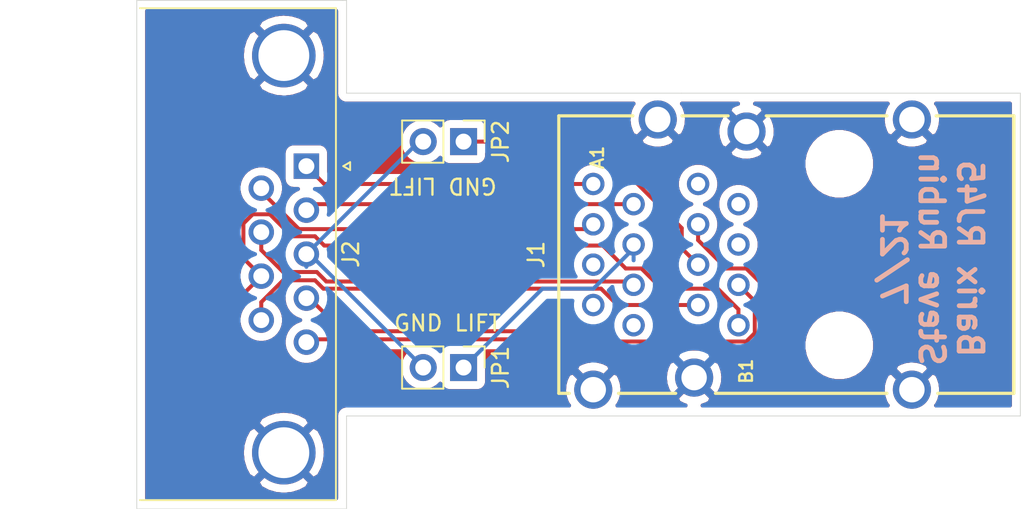
<source format=kicad_pcb>
(kicad_pcb (version 20171130) (host pcbnew "(5.1.10-1-10_14)")

  (general
    (thickness 1.6)
    (drawings 12)
    (tracks 67)
    (zones 0)
    (modules 4)
    (nets 13)
  )

  (page A4)
  (layers
    (0 F.Cu signal)
    (31 B.Cu signal hide)
    (32 B.Adhes user)
    (33 F.Adhes user)
    (34 B.Paste user)
    (35 F.Paste user)
    (36 B.SilkS user)
    (37 F.SilkS user)
    (38 B.Mask user)
    (39 F.Mask user)
    (40 Dwgs.User user)
    (41 Cmts.User user)
    (42 Eco1.User user)
    (43 Eco2.User user)
    (44 Edge.Cuts user)
    (45 Margin user)
    (46 B.CrtYd user)
    (47 F.CrtYd user)
    (48 B.Fab user)
    (49 F.Fab user)
  )

  (setup
    (last_trace_width 0.25)
    (trace_clearance 0.2)
    (zone_clearance 0.508)
    (zone_45_only no)
    (trace_min 0.2)
    (via_size 0.8)
    (via_drill 0.4)
    (via_min_size 0.4)
    (via_min_drill 0.3)
    (uvia_size 0.3)
    (uvia_drill 0.1)
    (uvias_allowed no)
    (uvia_min_size 0.2)
    (uvia_min_drill 0.1)
    (edge_width 0.05)
    (segment_width 0.2)
    (pcb_text_width 0.3)
    (pcb_text_size 1.5 1.5)
    (mod_edge_width 0.12)
    (mod_text_size 1 1)
    (mod_text_width 0.15)
    (pad_size 1.524 1.524)
    (pad_drill 0.762)
    (pad_to_mask_clearance 0)
    (aux_axis_origin 0 0)
    (visible_elements FFFFFF7F)
    (pcbplotparams
      (layerselection 0x010fc_ffffffff)
      (usegerberextensions false)
      (usegerberattributes true)
      (usegerberadvancedattributes true)
      (creategerberjobfile true)
      (excludeedgelayer true)
      (linewidth 0.100000)
      (plotframeref false)
      (viasonmask false)
      (mode 1)
      (useauxorigin false)
      (hpglpennumber 1)
      (hpglpenspeed 20)
      (hpglpendiameter 15.000000)
      (psnegative false)
      (psa4output false)
      (plotreference true)
      (plotvalue true)
      (plotinvisibletext false)
      (padsonsilk false)
      (subtractmaskfromsilk false)
      (outputformat 1)
      (mirror false)
      (drillshape 0)
      (scaleselection 1)
      (outputdirectory "Gerber/"))
  )

  (net 0 "")
  (net 1 "Net-(J1-PadB2)")
  (net 2 "Net-(J1-PadB4)")
  (net 3 "Net-(J1-PadB6)")
  (net 4 "Net-(J1-PadB3)")
  (net 5 "Net-(J1-PadB1)")
  (net 6 "Net-(J1-PadA3)")
  (net 7 "Net-(J1-PadA1)")
  (net 8 "Net-(J1-PadA2)")
  (net 9 "Net-(J1-PadA4)")
  (net 10 "Net-(J1-PadA6)")
  (net 11 GND)
  (net 12 "Net-(J2-Pad3)")

  (net_class Default "This is the default net class."
    (clearance 0.2)
    (trace_width 0.25)
    (via_dia 0.8)
    (via_drill 0.4)
    (uvia_dia 0.3)
    (uvia_drill 0.1)
    (add_net GND)
    (add_net "Net-(J1-PadA1)")
    (add_net "Net-(J1-PadA2)")
    (add_net "Net-(J1-PadA3)")
    (add_net "Net-(J1-PadA4)")
    (add_net "Net-(J1-PadA6)")
    (add_net "Net-(J1-PadB1)")
    (add_net "Net-(J1-PadB2)")
    (add_net "Net-(J1-PadB3)")
    (add_net "Net-(J1-PadB4)")
    (add_net "Net-(J1-PadB6)")
    (add_net "Net-(J2-Pad3)")
  )

  (module kicad:615016240521 (layer F.Cu) (tedit 60E40E28) (tstamp 60E4926C)
    (at 158.242 97.028 90)
    (descr "<B>WR-MJ</B><BR> Horizontal Shielded Dual Stacked Port with EMI Panel Finger 8P8C Modular Jack Tab Up & Down, 16 Pins")
    (path /60E0D5C6)
    (fp_text reference J1 (at 0 -15.748 90) (layer F.SilkS)
      (effects (font (size 1 1) (thickness 0.15)))
    )
    (fp_text value "Barix Input" (at 17.26 -11.725 90) (layer F.Fab) hide
      (effects (font (size 1 1) (thickness 0.15)))
    )
    (fp_poly (pts (xy -8.935 -14.525) (xy 8.935 -14.525) (xy 8.935 -9.465) (xy 9.9 -9.465)
      (xy 9.9 -6.665) (xy 8.935 -6.665) (xy 8.935 -3.365) (xy 9.2 -3.365)
      (xy 9.2 -1.665) (xy 8.935 -1.665) (xy 8.935 6.535) (xy 9.9 6.535)
      (xy 9.9 9.335) (xy 8.935 9.335) (xy 8.935 14.525) (xy -9 14.525)
      (xy -9 9.335) (xy -9.9 9.335) (xy -9.9 6.535) (xy -8.935 6.535)
      (xy -8.935 -4.965) (xy -9.2 -4.965) (xy -9.2 -6.665) (xy -8.935 -6.665)
      (xy -8.935 -10.765) (xy -9.9 -10.765) (xy -9.9 -13.565) (xy -8.935 -13.565)) (layer F.CrtYd) (width 0.1))
    (fp_line (start 8.735 -6.565) (end 8.735 -3.665) (layer F.SilkS) (width 0.2))
    (fp_line (start 8.735 -1.265) (end 8.735 6.335) (layer F.SilkS) (width 0.2))
    (fp_line (start 8.735 14.325) (end 8.735 9.435) (layer F.SilkS) (width 0.2))
    (fp_line (start -8.735 14.325) (end 8.735 14.325) (layer F.SilkS) (width 0.2))
    (fp_line (start -8.735 9.535) (end -8.735 14.325) (layer F.SilkS) (width 0.2))
    (fp_line (start -8.735 -4.465) (end -8.735 6.335) (layer F.SilkS) (width 0.2))
    (fp_line (start -8.735 -10.565) (end -8.735 -6.965) (layer F.SilkS) (width 0.2))
    (fp_line (start 8.735 -14.325) (end 8.735 -9.665) (layer F.SilkS) (width 0.2))
    (fp_line (start -8.735 -14.325) (end 8.735 -14.325) (layer F.SilkS) (width 0.2))
    (fp_line (start -8.735 -13.665) (end -8.735 -14.325) (layer F.SilkS) (width 0.2))
    (fp_line (start -8.635 14.225) (end -8.635 -14.225) (layer F.Fab) (width 0.1))
    (fp_line (start 8.635 14.225) (end -8.635 14.225) (layer F.Fab) (width 0.1))
    (fp_line (start 8.635 -14.225) (end 8.635 14.225) (layer F.Fab) (width 0.1))
    (fp_line (start -8.635 -14.225) (end 8.635 -14.225) (layer F.Fab) (width 0.1))
    (fp_text user A1 (at 6.11 -11.905 90) (layer F.SilkS)
      (effects (font (size 0.8 0.8) (thickness 0.15)))
    )
    (fp_text user B1 (at -7.345 -2.53 90) (layer F.SilkS)
      (effects (font (size 0.8 0.8) (thickness 0.15)))
    )
    (pad B2 thru_hole circle (at -3.175 -5.555 90) (size 1.408 1.408) (drill 0.9) (layers *.Cu *.Mask)
      (net 1 "Net-(J1-PadB2)"))
    (pad B4 thru_hole circle (at -0.635 -5.555 90) (size 1.408 1.408) (drill 0.9) (layers *.Cu *.Mask)
      (net 2 "Net-(J1-PadB4)"))
    (pad B6 thru_hole circle (at 1.905 -5.555 90) (size 1.408 1.408) (drill 0.9) (layers *.Cu *.Mask)
      (net 3 "Net-(J1-PadB6)"))
    (pad B8 thru_hole circle (at 4.445 -5.555 90) (size 1.408 1.408) (drill 0.9) (layers *.Cu *.Mask))
    (pad B7 thru_hole circle (at 3.175 -3.015 90) (size 1.408 1.408) (drill 0.9) (layers *.Cu *.Mask))
    (pad B5 thru_hole circle (at 0.635 -3.015 90) (size 1.408 1.408) (drill 0.9) (layers *.Cu *.Mask))
    (pad B3 thru_hole circle (at -1.905 -3.015 90) (size 1.408 1.408) (drill 0.9) (layers *.Cu *.Mask)
      (net 4 "Net-(J1-PadB3)"))
    (pad B1 thru_hole circle (at -4.445 -3.015 90) (size 1.408 1.408) (drill 0.9) (layers *.Cu *.Mask)
      (net 5 "Net-(J1-PadB1)"))
    (pad S5 thru_hole circle (at -8.505 7.905 90) (size 2.4 2.4) (drill 1.6) (layers *.Cu *.Mask)
      (net 11 GND))
    (pad S6 thru_hole circle (at 8.505 7.905 90) (size 2.4 2.4) (drill 1.6) (layers *.Cu *.Mask)
      (net 11 GND))
    (pad A7 thru_hole circle (at -3.175 -12.155 90) (size 1.408 1.408) (drill 0.9) (layers *.Cu *.Mask))
    (pad A5 thru_hole circle (at -0.635 -12.155 90) (size 1.408 1.408) (drill 0.9) (layers *.Cu *.Mask))
    (pad A3 thru_hole circle (at 1.905 -12.155 90) (size 1.408 1.408) (drill 0.9) (layers *.Cu *.Mask)
      (net 6 "Net-(J1-PadA3)"))
    (pad A1 thru_hole circle (at 4.445 -12.155 90) (size 1.408 1.408) (drill 0.9) (layers *.Cu *.Mask)
      (net 7 "Net-(J1-PadA1)"))
    (pad A2 thru_hole circle (at 3.175 -9.615 90) (size 1.408 1.408) (drill 0.9) (layers *.Cu *.Mask)
      (net 8 "Net-(J1-PadA2)"))
    (pad A4 thru_hole circle (at 0.635 -9.615 90) (size 1.408 1.408) (drill 0.9) (layers *.Cu *.Mask)
      (net 9 "Net-(J1-PadA4)"))
    (pad A6 thru_hole circle (at -1.905 -9.615 90) (size 1.408 1.408) (drill 0.9) (layers *.Cu *.Mask)
      (net 10 "Net-(J1-PadA6)"))
    (pad A8 thru_hole circle (at -4.445 -9.615 90) (size 1.408 1.408) (drill 0.9) (layers *.Cu *.Mask))
    (pad S1 thru_hole circle (at -8.505 -12.155 90) (size 2.4 2.4) (drill 1.6) (layers *.Cu *.Mask)
      (net 11 GND))
    (pad S3 thru_hole circle (at -7.745 -5.805 90) (size 2.4 2.4) (drill 1.6) (layers *.Cu *.Mask)
      (net 11 GND))
    (pad S4 thru_hole circle (at 7.745 -2.505 90) (size 2.4 2.4) (drill 1.6) (layers *.Cu *.Mask)
      (net 11 GND))
    (pad S2 thru_hole circle (at 8.505 -8.095 90) (size 2.4 2.4) (drill 1.6) (layers *.Cu *.Mask)
      (net 11 GND))
    (pad None np_thru_hole circle (at -5.715 3.335 90) (size 3.25 3.25) (drill 3.25) (layers *.Cu *.Mask))
    (pad None np_thru_hole circle (at 5.715 3.335 90) (size 3.25 3.25) (drill 3.25) (layers *.Cu *.Mask))
  )

  (module Connector_Dsub:DSUB-9_Male_Horizontal_P2.77x2.84mm_EdgePinOffset7.70mm_Housed_MountingHolesOffset9.12mm (layer F.Cu) (tedit 59FEDEE2) (tstamp 60E49A0D)
    (at 128.027001 91.460339 270)
    (descr "9-pin D-Sub connector, horizontal/angled (90 deg), THT-mount, male, pitch 2.77x2.84mm, pin-PCB-offset 7.699999999999999mm, distance of mounting holes 25mm, distance of mounting holes to PCB edge 9.12mm, see https://disti-assets.s3.amazonaws.com/tonar/files/datasheets/16730.pdf")
    (tags "9-pin D-Sub connector horizontal angled 90deg THT male pitch 2.77x2.84mm pin-PCB-offset 7.699999999999999mm mounting-holes-distance 25mm mounting-hole-offset 25mm")
    (path /60E0BF33)
    (fp_text reference J2 (at 5.54 -2.8 90) (layer F.SilkS)
      (effects (font (size 1 1) (thickness 0.15)))
    )
    (fp_text value DB9_Male (at 5.54 18.44 90) (layer F.Fab)
      (effects (font (size 1 1) (thickness 0.15)))
    )
    (fp_line (start 21.5 -2.35) (end -10.4 -2.35) (layer F.CrtYd) (width 0.05))
    (fp_line (start 21.5 17.45) (end 21.5 -2.35) (layer F.CrtYd) (width 0.05))
    (fp_line (start -10.4 17.45) (end 21.5 17.45) (layer F.CrtYd) (width 0.05))
    (fp_line (start -10.4 -2.35) (end -10.4 17.45) (layer F.CrtYd) (width 0.05))
    (fp_line (start 0 -2.321325) (end -0.25 -2.754338) (layer F.SilkS) (width 0.12))
    (fp_line (start 0.25 -2.754338) (end 0 -2.321325) (layer F.SilkS) (width 0.12))
    (fp_line (start -0.25 -2.754338) (end 0.25 -2.754338) (layer F.SilkS) (width 0.12))
    (fp_line (start 21.025 -1.86) (end 21.025 10.48) (layer F.SilkS) (width 0.12))
    (fp_line (start -9.945 -1.86) (end 21.025 -1.86) (layer F.SilkS) (width 0.12))
    (fp_line (start -9.945 10.48) (end -9.945 -1.86) (layer F.SilkS) (width 0.12))
    (fp_line (start 19.64 10.54) (end 19.64 1.42) (layer F.Fab) (width 0.1))
    (fp_line (start 16.44 10.54) (end 16.44 1.42) (layer F.Fab) (width 0.1))
    (fp_line (start -5.36 10.54) (end -5.36 1.42) (layer F.Fab) (width 0.1))
    (fp_line (start -8.56 10.54) (end -8.56 1.42) (layer F.Fab) (width 0.1))
    (fp_line (start 20.54 10.94) (end 15.54 10.94) (layer F.Fab) (width 0.1))
    (fp_line (start 20.54 15.94) (end 20.54 10.94) (layer F.Fab) (width 0.1))
    (fp_line (start 15.54 15.94) (end 20.54 15.94) (layer F.Fab) (width 0.1))
    (fp_line (start 15.54 10.94) (end 15.54 15.94) (layer F.Fab) (width 0.1))
    (fp_line (start -4.46 10.94) (end -9.46 10.94) (layer F.Fab) (width 0.1))
    (fp_line (start -4.46 15.94) (end -4.46 10.94) (layer F.Fab) (width 0.1))
    (fp_line (start -9.46 15.94) (end -4.46 15.94) (layer F.Fab) (width 0.1))
    (fp_line (start -9.46 10.94) (end -9.46 15.94) (layer F.Fab) (width 0.1))
    (fp_line (start 13.69 10.94) (end -2.61 10.94) (layer F.Fab) (width 0.1))
    (fp_line (start 13.69 16.94) (end 13.69 10.94) (layer F.Fab) (width 0.1))
    (fp_line (start -2.61 16.94) (end 13.69 16.94) (layer F.Fab) (width 0.1))
    (fp_line (start -2.61 10.94) (end -2.61 16.94) (layer F.Fab) (width 0.1))
    (fp_line (start 20.965 10.54) (end -9.885 10.54) (layer F.Fab) (width 0.1))
    (fp_line (start 20.965 10.94) (end 20.965 10.54) (layer F.Fab) (width 0.1))
    (fp_line (start -9.885 10.94) (end 20.965 10.94) (layer F.Fab) (width 0.1))
    (fp_line (start -9.885 10.54) (end -9.885 10.94) (layer F.Fab) (width 0.1))
    (fp_line (start 20.965 -1.8) (end -9.885 -1.8) (layer F.Fab) (width 0.1))
    (fp_line (start 20.965 10.54) (end 20.965 -1.8) (layer F.Fab) (width 0.1))
    (fp_line (start -9.885 10.54) (end 20.965 10.54) (layer F.Fab) (width 0.1))
    (fp_line (start -9.885 -1.8) (end -9.885 10.54) (layer F.Fab) (width 0.1))
    (fp_arc (start -6.96 1.42) (end -8.56 1.42) (angle 180) (layer F.Fab) (width 0.1))
    (fp_arc (start 18.04 1.42) (end 16.44 1.42) (angle 180) (layer F.Fab) (width 0.1))
    (fp_text user %R (at 5.54 13.94 90) (layer F.Fab)
      (effects (font (size 1 1) (thickness 0.15)))
    )
    (pad 1 thru_hole rect (at 0 0 270) (size 1.6 1.6) (drill 1) (layers *.Cu *.Mask)
      (net 7 "Net-(J1-PadA1)"))
    (pad 2 thru_hole circle (at 2.77 0 270) (size 1.6 1.6) (drill 1) (layers *.Cu *.Mask)
      (net 8 "Net-(J1-PadA2)"))
    (pad 3 thru_hole circle (at 5.54 0 270) (size 1.6 1.6) (drill 1) (layers *.Cu *.Mask)
      (net 12 "Net-(J2-Pad3)"))
    (pad 4 thru_hole circle (at 8.31 0 270) (size 1.6 1.6) (drill 1) (layers *.Cu *.Mask)
      (net 4 "Net-(J1-PadB3)"))
    (pad 5 thru_hole circle (at 11.08 0 270) (size 1.6 1.6) (drill 1) (layers *.Cu *.Mask)
      (net 3 "Net-(J1-PadB6)"))
    (pad 6 thru_hole circle (at 1.385 2.84 270) (size 1.6 1.6) (drill 1) (layers *.Cu *.Mask)
      (net 6 "Net-(J1-PadA3)"))
    (pad 7 thru_hole circle (at 4.155 2.84 270) (size 1.6 1.6) (drill 1) (layers *.Cu *.Mask)
      (net 10 "Net-(J1-PadA6)"))
    (pad 8 thru_hole circle (at 6.925 2.84 270) (size 1.6 1.6) (drill 1) (layers *.Cu *.Mask)
      (net 5 "Net-(J1-PadB1)"))
    (pad 9 thru_hole circle (at 9.695 2.84 270) (size 1.6 1.6) (drill 1) (layers *.Cu *.Mask)
      (net 1 "Net-(J1-PadB2)"))
    (pad 0 thru_hole circle (at -6.96 1.42 270) (size 4 4) (drill 3.2) (layers *.Cu *.Mask)
      (net 11 GND))
    (pad 0 thru_hole circle (at 18.04 1.42 270) (size 4 4) (drill 3.2) (layers *.Cu *.Mask)
      (net 11 GND))
    (model ${KISYS3DMOD}/Connector_Dsub.3dshapes/DSUB-9_Male_Horizontal_P2.77x2.84mm_EdgePinOffset7.70mm_Housed_MountingHolesOffset9.12mm.wrl
      (at (xyz 0 0 0))
      (scale (xyz 1 1 1))
      (rotate (xyz 0 0 0))
    )
  )

  (module Connector_PinHeader_2.54mm:PinHeader_1x02_P2.54mm_Vertical (layer F.Cu) (tedit 59FED5CC) (tstamp 60E4B370)
    (at 137.922 104.14 270)
    (descr "Through hole straight pin header, 1x02, 2.54mm pitch, single row")
    (tags "Through hole pin header THT 1x02 2.54mm single row")
    (path /60E1D74F)
    (fp_text reference JP1 (at 0 -2.33 90) (layer F.SilkS)
      (effects (font (size 1 1) (thickness 0.15)))
    )
    (fp_text value "GND LIFT" (at -2.794 1.016 180) (layer F.SilkS)
      (effects (font (size 1 1) (thickness 0.15)))
    )
    (fp_line (start 1.8 -1.8) (end -1.8 -1.8) (layer F.CrtYd) (width 0.05))
    (fp_line (start 1.8 4.35) (end 1.8 -1.8) (layer F.CrtYd) (width 0.05))
    (fp_line (start -1.8 4.35) (end 1.8 4.35) (layer F.CrtYd) (width 0.05))
    (fp_line (start -1.8 -1.8) (end -1.8 4.35) (layer F.CrtYd) (width 0.05))
    (fp_line (start -1.33 -1.33) (end 0 -1.33) (layer F.SilkS) (width 0.12))
    (fp_line (start -1.33 0) (end -1.33 -1.33) (layer F.SilkS) (width 0.12))
    (fp_line (start -1.33 1.27) (end 1.33 1.27) (layer F.SilkS) (width 0.12))
    (fp_line (start 1.33 1.27) (end 1.33 3.87) (layer F.SilkS) (width 0.12))
    (fp_line (start -1.33 1.27) (end -1.33 3.87) (layer F.SilkS) (width 0.12))
    (fp_line (start -1.33 3.87) (end 1.33 3.87) (layer F.SilkS) (width 0.12))
    (fp_line (start -1.27 -0.635) (end -0.635 -1.27) (layer F.Fab) (width 0.1))
    (fp_line (start -1.27 3.81) (end -1.27 -0.635) (layer F.Fab) (width 0.1))
    (fp_line (start 1.27 3.81) (end -1.27 3.81) (layer F.Fab) (width 0.1))
    (fp_line (start 1.27 -1.27) (end 1.27 3.81) (layer F.Fab) (width 0.1))
    (fp_line (start -0.635 -1.27) (end 1.27 -1.27) (layer F.Fab) (width 0.1))
    (fp_text user %R (at 0 1.27) (layer F.Fab)
      (effects (font (size 1 1) (thickness 0.15)))
    )
    (pad 1 thru_hole rect (at 0 0 270) (size 1.7 1.7) (drill 1) (layers *.Cu *.Mask)
      (net 9 "Net-(J1-PadA4)"))
    (pad 2 thru_hole oval (at 0 2.54 270) (size 1.7 1.7) (drill 1) (layers *.Cu *.Mask)
      (net 12 "Net-(J2-Pad3)"))
    (model ${KISYS3DMOD}/Connector_PinHeader_2.54mm.3dshapes/PinHeader_1x02_P2.54mm_Vertical.wrl
      (at (xyz 0 0 0))
      (scale (xyz 1 1 1))
      (rotate (xyz 0 0 0))
    )
  )

  (module Connector_PinHeader_2.54mm:PinHeader_1x02_P2.54mm_Vertical (layer F.Cu) (tedit 59FED5CC) (tstamp 60E4A93F)
    (at 137.922 89.916 270)
    (descr "Through hole straight pin header, 1x02, 2.54mm pitch, single row")
    (tags "Through hole pin header THT 1x02 2.54mm single row")
    (path /60E1EB81)
    (fp_text reference JP2 (at 0 -2.33 90) (layer F.SilkS)
      (effects (font (size 1 1) (thickness 0.15)))
    )
    (fp_text value "GND LIFT" (at 2.794 1.27 180 unlocked) (layer F.SilkS)
      (effects (font (size 1 1) (thickness 0.15)))
    )
    (fp_line (start -0.635 -1.27) (end 1.27 -1.27) (layer F.Fab) (width 0.1))
    (fp_line (start 1.27 -1.27) (end 1.27 3.81) (layer F.Fab) (width 0.1))
    (fp_line (start 1.27 3.81) (end -1.27 3.81) (layer F.Fab) (width 0.1))
    (fp_line (start -1.27 3.81) (end -1.27 -0.635) (layer F.Fab) (width 0.1))
    (fp_line (start -1.27 -0.635) (end -0.635 -1.27) (layer F.Fab) (width 0.1))
    (fp_line (start -1.33 3.87) (end 1.33 3.87) (layer F.SilkS) (width 0.12))
    (fp_line (start -1.33 1.27) (end -1.33 3.87) (layer F.SilkS) (width 0.12))
    (fp_line (start 1.33 1.27) (end 1.33 3.87) (layer F.SilkS) (width 0.12))
    (fp_line (start -1.33 1.27) (end 1.33 1.27) (layer F.SilkS) (width 0.12))
    (fp_line (start -1.33 0) (end -1.33 -1.33) (layer F.SilkS) (width 0.12))
    (fp_line (start -1.33 -1.33) (end 0 -1.33) (layer F.SilkS) (width 0.12))
    (fp_line (start -1.8 -1.8) (end -1.8 4.35) (layer F.CrtYd) (width 0.05))
    (fp_line (start -1.8 4.35) (end 1.8 4.35) (layer F.CrtYd) (width 0.05))
    (fp_line (start 1.8 4.35) (end 1.8 -1.8) (layer F.CrtYd) (width 0.05))
    (fp_line (start 1.8 -1.8) (end -1.8 -1.8) (layer F.CrtYd) (width 0.05))
    (fp_text user %R (at 0 1.27) (layer F.Fab)
      (effects (font (size 1 1) (thickness 0.15)))
    )
    (pad 2 thru_hole oval (at 0 2.54 270) (size 1.7 1.7) (drill 1) (layers *.Cu *.Mask)
      (net 12 "Net-(J2-Pad3)"))
    (pad 1 thru_hole rect (at 0 0 270) (size 1.7 1.7) (drill 1) (layers *.Cu *.Mask)
      (net 2 "Net-(J1-PadB4)"))
    (model ${KISYS3DMOD}/Connector_PinHeader_2.54mm.3dshapes/PinHeader_1x02_P2.54mm_Vertical.wrl
      (at (xyz 0 0 0))
      (scale (xyz 1 1 1))
      (rotate (xyz 0 0 0))
    )
  )

  (gr_text "Barix RJ45\nSteve Rubin\n7/21" (at 167.386 97.282 -90) (layer B.SilkS)
    (effects (font (size 1.5 1.5) (thickness 0.3)) (justify mirror))
  )
  (gr_line (start 117.348 81.026) (end 117.602 81.026) (layer Edge.Cuts) (width 0.05) (tstamp 60E4B41A))
  (gr_line (start 117.348 113.03) (end 117.348 81.026) (layer Edge.Cuts) (width 0.05))
  (gr_line (start 130.556 113.03) (end 117.348 113.03) (layer Edge.Cuts) (width 0.05))
  (gr_line (start 130.556 107.188) (end 130.556 113.03) (layer Edge.Cuts) (width 0.05))
  (gr_line (start 172.974 107.188) (end 130.556 107.188) (layer Edge.Cuts) (width 0.05))
  (gr_line (start 172.974 86.868) (end 172.974 107.188) (layer Edge.Cuts) (width 0.05))
  (gr_line (start 151.638 86.868) (end 172.974 86.868) (layer Edge.Cuts) (width 0.05))
  (gr_line (start 130.556 81.026) (end 130.556 86.868) (layer Edge.Cuts) (width 0.05) (tstamp 60E4B419))
  (gr_line (start 151.638 86.868) (end 130.556 86.868) (layer Edge.Cuts) (width 0.05))
  (gr_line (start 130.302 81.026) (end 130.556 81.026) (layer Edge.Cuts) (width 0.05))
  (gr_line (start 117.602 81.026) (end 130.302 81.026) (layer Edge.Cuts) (width 0.05))

  (segment (start 128.567002 98.645338) (end 126.565632 98.645338) (width 0.25) (layer F.Cu) (net 1))
  (segment (start 125.187001 100.023969) (end 125.187001 101.155339) (width 0.25) (layer F.Cu) (net 1) (status 20))
  (segment (start 129.095663 99.173999) (end 128.567002 98.645338) (width 0.25) (layer F.Cu) (net 1))
  (segment (start 152.687 100.203) (end 147.609922 100.203) (width 0.25) (layer F.Cu) (net 1) (status 10))
  (segment (start 147.609922 100.203) (end 146.580921 99.173999) (width 0.25) (layer F.Cu) (net 1))
  (segment (start 146.580921 99.173999) (end 129.095663 99.173999) (width 0.25) (layer F.Cu) (net 1))
  (segment (start 126.565632 98.645338) (end 125.187001 100.023969) (width 0.25) (layer F.Cu) (net 1))
  (segment (start 146.212922 89.916) (end 137.922 89.916) (width 0.25) (layer F.Cu) (net 2) (status 20))
  (segment (start 151.657999 95.361077) (end 146.212922 89.916) (width 0.25) (layer F.Cu) (net 2))
  (segment (start 151.657999 96.633999) (end 151.657999 95.361077) (width 0.25) (layer F.Cu) (net 2))
  (segment (start 152.687 97.663) (end 151.657999 96.633999) (width 0.25) (layer F.Cu) (net 2) (status 10))
  (segment (start 143.846011 102.952011) (end 143.256 102.362) (width 0.25) (layer F.Cu) (net 3))
  (segment (start 152.687 95.123) (end 152.687 96.118606) (width 0.25) (layer F.Cu) (net 3) (status 10))
  (segment (start 156.706011 98.88909) (end 156.70601 102.153322) (width 0.25) (layer F.Cu) (net 3))
  (segment (start 155.720921 97.903999) (end 156.706011 98.88909) (width 0.25) (layer F.Cu) (net 3))
  (segment (start 154.472393 97.903999) (end 155.720921 97.903999) (width 0.25) (layer F.Cu) (net 3))
  (segment (start 156.70601 102.153322) (end 155.907321 102.952011) (width 0.25) (layer F.Cu) (net 3))
  (segment (start 152.687 96.118606) (end 154.472393 97.903999) (width 0.25) (layer F.Cu) (net 3))
  (segment (start 143.256 102.362) (end 128.20534 102.362) (width 0.25) (layer F.Cu) (net 3) (status 20))
  (segment (start 128.20534 102.362) (end 128.027001 102.540339) (width 0.25) (layer F.Cu) (net 3) (status 30))
  (segment (start 155.907321 102.952011) (end 143.846011 102.952011) (width 0.25) (layer F.Cu) (net 3))
  (segment (start 128.218339 99.770339) (end 128.027001 99.770339) (width 0.25) (layer F.Cu) (net 4) (status 30))
  (segment (start 130.302 101.854) (end 128.218339 99.770339) (width 0.25) (layer F.Cu) (net 4) (status 20))
  (segment (start 155.720922 102.502) (end 144.03241 102.502) (width 0.25) (layer F.Cu) (net 4))
  (segment (start 144.03241 102.502) (end 143.38441 101.854) (width 0.25) (layer F.Cu) (net 4))
  (segment (start 143.38441 101.854) (end 130.302 101.854) (width 0.25) (layer F.Cu) (net 4))
  (segment (start 155.227 98.933) (end 156.256 99.962001) (width 0.25) (layer F.Cu) (net 4) (status 10))
  (segment (start 156.256 99.962001) (end 156.256 101.966922) (width 0.25) (layer F.Cu) (net 4))
  (segment (start 156.256 101.966922) (end 155.720922 102.502) (width 0.25) (layer F.Cu) (net 4))
  (segment (start 124.062 99.51034) (end 125.187001 98.385339) (width 0.25) (layer F.Cu) (net 5) (status 20))
  (segment (start 128.567002 95.875338) (end 127.112002 95.875338) (width 0.25) (layer F.Cu) (net 5))
  (segment (start 153.923605 99.173999) (end 150.390921 99.173999) (width 0.25) (layer F.Cu) (net 5))
  (segment (start 149.120921 97.903999) (end 148.133079 97.903999) (width 0.25) (layer F.Cu) (net 5))
  (segment (start 124.647 94.490338) (end 124.062 95.075338) (width 0.25) (layer F.Cu) (net 5))
  (segment (start 146.689418 96.460338) (end 129.152002 96.460338) (width 0.25) (layer F.Cu) (net 5))
  (segment (start 129.152002 96.460338) (end 128.567002 95.875338) (width 0.25) (layer F.Cu) (net 5))
  (segment (start 125.727002 94.490338) (end 124.647 94.490338) (width 0.25) (layer F.Cu) (net 5))
  (segment (start 155.227 100.477394) (end 153.923605 99.173999) (width 0.25) (layer F.Cu) (net 5))
  (segment (start 150.390921 99.173999) (end 149.120921 97.903999) (width 0.25) (layer F.Cu) (net 5))
  (segment (start 124.062 95.075338) (end 124.062 97.260338) (width 0.25) (layer F.Cu) (net 5))
  (segment (start 148.133079 97.903999) (end 146.689418 96.460338) (width 0.25) (layer F.Cu) (net 5))
  (segment (start 124.062 97.260338) (end 125.187001 98.385339) (width 0.25) (layer F.Cu) (net 5) (status 20))
  (segment (start 155.227 101.473) (end 155.227 100.477394) (width 0.25) (layer F.Cu) (net 5) (status 10))
  (segment (start 127.112002 95.875338) (end 125.727002 94.490338) (width 0.25) (layer F.Cu) (net 5))
  (segment (start 125.187001 93.055341) (end 125.187001 92.845339) (width 0.25) (layer F.Cu) (net 6) (status 30))
  (segment (start 146.087 95.123) (end 145.784673 95.425327) (width 0.25) (layer F.Cu) (net 6) (status 30))
  (segment (start 145.784673 95.425327) (end 127.556987 95.425327) (width 0.25) (layer F.Cu) (net 6) (status 10))
  (segment (start 127.556987 95.425327) (end 125.187001 93.055341) (width 0.25) (layer F.Cu) (net 6) (status 20))
  (segment (start 129.149662 92.583) (end 128.027001 91.460339) (width 0.25) (layer F.Cu) (net 7) (status 20))
  (segment (start 146.087 92.583) (end 129.149662 92.583) (width 0.25) (layer F.Cu) (net 7) (status 10))
  (segment (start 128.40434 93.853) (end 128.027001 94.230339) (width 0.25) (layer F.Cu) (net 8) (status 30))
  (segment (start 148.627 93.853) (end 128.40434 93.853) (width 0.25) (layer F.Cu) (net 8) (status 30))
  (segment (start 148.627 96.393) (end 148.627 97.388606) (width 0.25) (layer B.Cu) (net 9) (status 10))
  (segment (start 148.627 96.645922) (end 148.627 96.393) (width 0.25) (layer B.Cu) (net 9) (status 30))
  (segment (start 146.098923 99.173999) (end 148.627 96.645922) (width 0.25) (layer B.Cu) (net 9) (status 20))
  (segment (start 142.888001 99.173999) (end 146.098923 99.173999) (width 0.25) (layer B.Cu) (net 9))
  (segment (start 137.922 104.14) (end 142.888001 99.173999) (width 0.25) (layer B.Cu) (net 9) (status 10))
  (segment (start 129.282062 98.723988) (end 128.683414 98.12534) (width 0.25) (layer F.Cu) (net 10))
  (segment (start 148.627 98.933) (end 148.417988 98.723988) (width 0.25) (layer F.Cu) (net 10) (status 30))
  (segment (start 128.683414 98.12534) (end 126.565632 98.12534) (width 0.25) (layer F.Cu) (net 10))
  (segment (start 148.417988 98.723988) (end 129.282062 98.723988) (width 0.25) (layer F.Cu) (net 10) (status 10))
  (segment (start 126.565632 98.12534) (end 125.187001 96.746709) (width 0.25) (layer F.Cu) (net 10))
  (segment (start 125.187001 96.746709) (end 125.187001 95.615339) (width 0.25) (layer F.Cu) (net 10) (status 20))
  (segment (start 128.027001 97.801001) (end 128.027001 97.000339) (width 0.25) (layer B.Cu) (net 12) (status 20))
  (segment (start 128.027001 97.000339) (end 135.382 89.64534) (width 0.25) (layer B.Cu) (net 12) (status 30))
  (segment (start 128.242339 97.000339) (end 128.027001 97.000339) (width 0.25) (layer B.Cu) (net 12) (status 30))
  (segment (start 135.382 104.14) (end 128.242339 97.000339) (width 0.25) (layer B.Cu) (net 12) (status 30))

  (zone (net 11) (net_name GND) (layer F.Cu) (tstamp 60E4BF35) (hatch edge 0.508)
    (connect_pads (clearance 0.508))
    (min_thickness 0.254)
    (fill yes (arc_segments 32) (thermal_gap 0.508) (thermal_bridge_width 0.508))
    (polygon
      (pts
        (xy 173.228 113.03) (xy 117.348 113.03) (xy 117.348 81.026) (xy 173.228 81.026)
      )
    )
    (filled_polygon
      (pts
        (xy 129.896001 86.835571) (xy 129.892807 86.868) (xy 129.90555 86.997383) (xy 129.94329 87.121793) (xy 130.004575 87.23645)
        (xy 130.087052 87.336948) (xy 130.18755 87.419425) (xy 130.302207 87.48071) (xy 130.426617 87.51845) (xy 130.523581 87.528)
        (xy 130.556 87.531193) (xy 130.588419 87.528) (xy 148.623402 87.528) (xy 148.584164 87.544514) (xy 148.423301 87.86821)
        (xy 148.328678 88.217069) (xy 148.303933 88.577684) (xy 148.350015 88.936198) (xy 148.465154 89.278833) (xy 148.584164 89.501486)
        (xy 148.86902 89.621374) (xy 149.967395 88.523) (xy 149.953252 88.508858) (xy 150.132858 88.329252) (xy 150.147 88.343395)
        (xy 150.161142 88.329252) (xy 150.340748 88.508858) (xy 150.326605 88.523) (xy 151.42498 89.621374) (xy 151.709836 89.501486)
        (xy 151.791238 89.337684) (xy 153.893933 89.337684) (xy 153.940015 89.696198) (xy 154.055154 90.038833) (xy 154.174164 90.261486)
        (xy 154.45902 90.381374) (xy 155.557395 89.283) (xy 155.916605 89.283) (xy 157.01498 90.381374) (xy 157.299836 90.261486)
        (xy 157.460699 89.93779) (xy 157.555322 89.588931) (xy 157.580067 89.228316) (xy 157.533985 88.869802) (xy 157.418846 88.527167)
        (xy 157.299836 88.304514) (xy 157.01498 88.184626) (xy 155.916605 89.283) (xy 155.557395 89.283) (xy 154.45902 88.184626)
        (xy 154.174164 88.304514) (xy 154.013301 88.62821) (xy 153.918678 88.977069) (xy 153.893933 89.337684) (xy 151.791238 89.337684)
        (xy 151.870699 89.17779) (xy 151.965322 88.828931) (xy 151.990067 88.468316) (xy 151.943985 88.109802) (xy 151.828846 87.767167)
        (xy 151.709836 87.544514) (xy 151.670598 87.528) (xy 155.198861 87.528) (xy 154.981167 87.601154) (xy 154.758514 87.720164)
        (xy 154.638626 88.00502) (xy 155.737 89.103395) (xy 156.835374 88.00502) (xy 156.715486 87.720164) (xy 156.39179 87.559301)
        (xy 156.276389 87.528) (xy 164.623402 87.528) (xy 164.584164 87.544514) (xy 164.423301 87.86821) (xy 164.328678 88.217069)
        (xy 164.303933 88.577684) (xy 164.350015 88.936198) (xy 164.465154 89.278833) (xy 164.584164 89.501486) (xy 164.86902 89.621374)
        (xy 165.967395 88.523) (xy 165.953252 88.508858) (xy 166.132858 88.329252) (xy 166.147 88.343395) (xy 166.161142 88.329252)
        (xy 166.340748 88.508858) (xy 166.326605 88.523) (xy 167.42498 89.621374) (xy 167.709836 89.501486) (xy 167.870699 89.17779)
        (xy 167.965322 88.828931) (xy 167.990067 88.468316) (xy 167.943985 88.109802) (xy 167.828846 87.767167) (xy 167.709836 87.544514)
        (xy 167.670598 87.528) (xy 172.314 87.528) (xy 172.314001 106.528) (xy 167.670598 106.528) (xy 167.709836 106.511486)
        (xy 167.870699 106.18779) (xy 167.965322 105.838931) (xy 167.990067 105.478316) (xy 167.943985 105.119802) (xy 167.828846 104.777167)
        (xy 167.709836 104.554514) (xy 167.42498 104.434626) (xy 166.326605 105.533) (xy 166.340748 105.547142) (xy 166.161142 105.726748)
        (xy 166.147 105.712605) (xy 166.132858 105.726748) (xy 165.953252 105.547142) (xy 165.967395 105.533) (xy 164.86902 104.434626)
        (xy 164.584164 104.554514) (xy 164.423301 104.87821) (xy 164.328678 105.227069) (xy 164.303933 105.587684) (xy 164.350015 105.946198)
        (xy 164.465154 106.288833) (xy 164.584164 106.511486) (xy 164.623402 106.528) (xy 152.975139 106.528) (xy 153.192833 106.454846)
        (xy 153.415486 106.335836) (xy 153.535374 106.05098) (xy 152.437 104.952605) (xy 151.338626 106.05098) (xy 151.458514 106.335836)
        (xy 151.78221 106.496699) (xy 151.897611 106.528) (xy 147.610598 106.528) (xy 147.649836 106.511486) (xy 147.810699 106.18779)
        (xy 147.905322 105.838931) (xy 147.930067 105.478316) (xy 147.883985 105.119802) (xy 147.768846 104.777167) (xy 147.649836 104.554514)
        (xy 147.36498 104.434626) (xy 146.266605 105.533) (xy 146.280748 105.547142) (xy 146.101142 105.726748) (xy 146.087 105.712605)
        (xy 146.072858 105.726748) (xy 145.893252 105.547142) (xy 145.907395 105.533) (xy 144.80902 104.434626) (xy 144.524164 104.554514)
        (xy 144.363301 104.87821) (xy 144.268678 105.227069) (xy 144.243933 105.587684) (xy 144.290015 105.946198) (xy 144.405154 106.288833)
        (xy 144.524164 106.511486) (xy 144.563402 106.528) (xy 130.588419 106.528) (xy 130.556 106.524807) (xy 130.523581 106.528)
        (xy 130.426617 106.53755) (xy 130.302207 106.57529) (xy 130.18755 106.636575) (xy 130.087052 106.719052) (xy 130.004575 106.81955)
        (xy 129.94329 106.934207) (xy 129.90555 107.058617) (xy 129.892807 107.188) (xy 129.896 107.220419) (xy 129.896001 112.37)
        (xy 118.008 112.37) (xy 118.008 111.347838) (xy 124.939107 111.347838) (xy 125.155229 111.714597) (xy 125.615106 111.955277)
        (xy 126.113099 112.101614) (xy 126.630072 112.147987) (xy 127.14616 112.092612) (xy 127.641527 111.937618) (xy 128.058773 111.714597)
        (xy 128.274895 111.347838) (xy 126.607001 109.679944) (xy 124.939107 111.347838) (xy 118.008 111.347838) (xy 118.008 109.52341)
        (xy 123.959353 109.52341) (xy 124.014728 110.039498) (xy 124.169722 110.534865) (xy 124.392743 110.952111) (xy 124.759502 111.168233)
        (xy 126.427396 109.500339) (xy 126.786606 109.500339) (xy 128.4545 111.168233) (xy 128.821259 110.952111) (xy 129.061939 110.492234)
        (xy 129.208276 109.994241) (xy 129.254649 109.477268) (xy 129.199274 108.96118) (xy 129.04428 108.465813) (xy 128.821259 108.048567)
        (xy 128.4545 107.832445) (xy 126.786606 109.500339) (xy 126.427396 109.500339) (xy 124.759502 107.832445) (xy 124.392743 108.048567)
        (xy 124.152063 108.508444) (xy 124.005726 109.006437) (xy 123.959353 109.52341) (xy 118.008 109.52341) (xy 118.008 107.65284)
        (xy 124.939107 107.65284) (xy 126.607001 109.320734) (xy 128.274895 107.65284) (xy 128.058773 107.286081) (xy 127.598896 107.045401)
        (xy 127.100903 106.899064) (xy 126.58393 106.852691) (xy 126.067842 106.908066) (xy 125.572475 107.06306) (xy 125.155229 107.286081)
        (xy 124.939107 107.65284) (xy 118.008 107.65284) (xy 118.008 95.075338) (xy 123.298324 95.075338) (xy 123.302 95.112661)
        (xy 123.302001 97.223006) (xy 123.298324 97.260338) (xy 123.302001 97.297671) (xy 123.310406 97.383002) (xy 123.312998 97.409323)
        (xy 123.356454 97.552584) (xy 123.427026 97.684614) (xy 123.498201 97.77134) (xy 123.522 97.800339) (xy 123.550998 97.824137)
        (xy 123.788313 98.061452) (xy 123.752001 98.244004) (xy 123.752001 98.526674) (xy 123.788313 98.709226) (xy 123.498201 98.999338)
        (xy 123.427026 99.086064) (xy 123.356454 99.218094) (xy 123.312998 99.361355) (xy 123.298324 99.51034) (xy 123.312998 99.659325)
        (xy 123.356454 99.802586) (xy 123.427026 99.934616) (xy 123.521999 100.050341) (xy 123.637724 100.145314) (xy 123.769754 100.215886)
        (xy 123.913015 100.259342) (xy 124.050762 100.272909) (xy 123.915321 100.475612) (xy 123.807148 100.736765) (xy 123.752001 101.014004)
        (xy 123.752001 101.296674) (xy 123.807148 101.573913) (xy 123.915321 101.835066) (xy 124.072364 102.070098) (xy 124.272242 102.269976)
        (xy 124.507274 102.427019) (xy 124.768427 102.535192) (xy 125.045666 102.590339) (xy 125.328336 102.590339) (xy 125.605575 102.535192)
        (xy 125.866728 102.427019) (xy 126.10176 102.269976) (xy 126.301638 102.070098) (xy 126.458681 101.835066) (xy 126.566854 101.573913)
        (xy 126.622001 101.296674) (xy 126.622001 101.014004) (xy 126.566854 100.736765) (xy 126.458681 100.475612) (xy 126.301638 100.24058)
        (xy 126.173415 100.112357) (xy 126.592001 99.693771) (xy 126.592001 99.911674) (xy 126.647148 100.188913) (xy 126.755321 100.450066)
        (xy 126.912364 100.685098) (xy 127.112242 100.884976) (xy 127.347274 101.042019) (xy 127.608427 101.150192) (xy 127.634302 101.155339)
        (xy 127.608427 101.160486) (xy 127.347274 101.268659) (xy 127.112242 101.425702) (xy 126.912364 101.62558) (xy 126.755321 101.860612)
        (xy 126.647148 102.121765) (xy 126.592001 102.399004) (xy 126.592001 102.681674) (xy 126.647148 102.958913) (xy 126.755321 103.220066)
        (xy 126.912364 103.455098) (xy 127.112242 103.654976) (xy 127.347274 103.812019) (xy 127.608427 103.920192) (xy 127.885666 103.975339)
        (xy 128.168336 103.975339) (xy 128.445575 103.920192) (xy 128.706728 103.812019) (xy 128.94176 103.654976) (xy 129.141638 103.455098)
        (xy 129.298681 103.220066) (xy 129.339301 103.122) (xy 134.299893 103.122) (xy 134.228525 103.193368) (xy 134.06601 103.436589)
        (xy 133.954068 103.706842) (xy 133.897 103.99374) (xy 133.897 104.28626) (xy 133.954068 104.573158) (xy 134.06601 104.843411)
        (xy 134.228525 105.086632) (xy 134.435368 105.293475) (xy 134.678589 105.45599) (xy 134.948842 105.567932) (xy 135.23574 105.625)
        (xy 135.52826 105.625) (xy 135.815158 105.567932) (xy 136.085411 105.45599) (xy 136.328632 105.293475) (xy 136.460487 105.16162)
        (xy 136.482498 105.23418) (xy 136.541463 105.344494) (xy 136.620815 105.441185) (xy 136.717506 105.520537) (xy 136.82782 105.579502)
        (xy 136.947518 105.615812) (xy 137.072 105.628072) (xy 138.772 105.628072) (xy 138.896482 105.615812) (xy 139.01618 105.579502)
        (xy 139.126494 105.520537) (xy 139.223185 105.441185) (xy 139.302537 105.344494) (xy 139.361502 105.23418) (xy 139.397812 105.114482)
        (xy 139.410072 104.99) (xy 139.410072 103.29) (xy 139.397812 103.165518) (xy 139.384611 103.122) (xy 142.941199 103.122)
        (xy 143.282211 103.463013) (xy 143.30601 103.492012) (xy 143.335008 103.51581) (xy 143.421735 103.586985) (xy 143.553764 103.657557)
        (xy 143.697025 103.701014) (xy 143.846011 103.715688) (xy 143.883344 103.712011) (xy 145.860551 103.712011) (xy 145.673802 103.736015)
        (xy 145.331167 103.851154) (xy 145.108514 103.970164) (xy 144.988626 104.25502) (xy 146.087 105.353395) (xy 147.185374 104.25502)
        (xy 147.065486 103.970164) (xy 146.74179 103.809301) (xy 146.392931 103.714678) (xy 146.354064 103.712011) (xy 151.070193 103.712011)
        (xy 150.874164 103.794514) (xy 150.713301 104.11821) (xy 150.618678 104.467069) (xy 150.593933 104.827684) (xy 150.640015 105.186198)
        (xy 150.755154 105.528833) (xy 150.874164 105.751486) (xy 151.15902 105.871374) (xy 152.257395 104.773) (xy 152.243252 104.758858)
        (xy 152.422858 104.579252) (xy 152.437 104.593395) (xy 152.451142 104.579252) (xy 152.630748 104.758858) (xy 152.616605 104.773)
        (xy 153.71498 105.871374) (xy 153.999836 105.751486) (xy 154.160699 105.42779) (xy 154.255322 105.078931) (xy 154.280067 104.718316)
        (xy 154.233985 104.359802) (xy 154.118846 104.017167) (xy 153.999836 103.794514) (xy 153.803807 103.712011) (xy 155.869999 103.712011)
        (xy 155.907321 103.715687) (xy 155.944643 103.712011) (xy 155.944654 103.712011) (xy 156.056307 103.701014) (xy 156.199568 103.657557)
        (xy 156.331597 103.586985) (xy 156.447322 103.492012) (xy 156.471124 103.463009) (xy 157.217017 102.717117) (xy 157.24601 102.693323)
        (xy 157.269804 102.66433) (xy 157.269809 102.664325) (xy 157.340984 102.577598) (xy 157.371552 102.520409) (xy 159.317 102.520409)
        (xy 159.317 102.965591) (xy 159.403851 103.402218) (xy 159.574214 103.813511) (xy 159.821544 104.183666) (xy 160.136334 104.498456)
        (xy 160.506489 104.745786) (xy 160.917782 104.916149) (xy 161.354409 105.003) (xy 161.799591 105.003) (xy 162.236218 104.916149)
        (xy 162.647511 104.745786) (xy 163.017666 104.498456) (xy 163.261102 104.25502) (xy 165.048626 104.25502) (xy 166.147 105.353395)
        (xy 167.245374 104.25502) (xy 167.125486 103.970164) (xy 166.80179 103.809301) (xy 166.452931 103.714678) (xy 166.092316 103.689933)
        (xy 165.733802 103.736015) (xy 165.391167 103.851154) (xy 165.168514 103.970164) (xy 165.048626 104.25502) (xy 163.261102 104.25502)
        (xy 163.332456 104.183666) (xy 163.579786 103.813511) (xy 163.750149 103.402218) (xy 163.837 102.965591) (xy 163.837 102.520409)
        (xy 163.750149 102.083782) (xy 163.579786 101.672489) (xy 163.332456 101.302334) (xy 163.017666 100.987544) (xy 162.647511 100.740214)
        (xy 162.236218 100.569851) (xy 161.799591 100.483) (xy 161.354409 100.483) (xy 160.917782 100.569851) (xy 160.506489 100.740214)
        (xy 160.136334 100.987544) (xy 159.821544 101.302334) (xy 159.574214 101.672489) (xy 159.403851 102.083782) (xy 159.317 102.520409)
        (xy 157.371552 102.520409) (xy 157.411556 102.445569) (xy 157.455012 102.302308) (xy 157.469686 102.153322) (xy 157.466009 102.11599)
        (xy 157.466011 98.926413) (xy 157.469687 98.88909) (xy 157.466011 98.851767) (xy 157.466011 98.851758) (xy 157.455014 98.740105)
        (xy 157.422827 98.633998) (xy 157.411557 98.596843) (xy 157.340985 98.464813) (xy 157.26981 98.378087) (xy 157.269806 98.378083)
        (xy 157.246012 98.34909) (xy 157.21702 98.325297) (xy 156.28472 97.392996) (xy 156.260922 97.363998) (xy 156.199798 97.313834)
        (xy 156.267069 97.246563) (xy 156.413607 97.027254) (xy 156.514543 96.783572) (xy 156.566 96.52488) (xy 156.566 96.26112)
        (xy 156.514543 96.002428) (xy 156.413607 95.758746) (xy 156.267069 95.539437) (xy 156.080563 95.352931) (xy 155.861254 95.206393)
        (xy 155.659925 95.123) (xy 155.861254 95.039607) (xy 156.080563 94.893069) (xy 156.267069 94.706563) (xy 156.413607 94.487254)
        (xy 156.514543 94.243572) (xy 156.566 93.98488) (xy 156.566 93.72112) (xy 156.514543 93.462428) (xy 156.413607 93.218746)
        (xy 156.267069 92.999437) (xy 156.080563 92.812931) (xy 155.861254 92.666393) (xy 155.617572 92.565457) (xy 155.35888 92.514)
        (xy 155.09512 92.514) (xy 154.836428 92.565457) (xy 154.592746 92.666393) (xy 154.373437 92.812931) (xy 154.186931 92.999437)
        (xy 154.040393 93.218746) (xy 153.939457 93.462428) (xy 153.888 93.72112) (xy 153.888 93.98488) (xy 153.939457 94.243572)
        (xy 154.040393 94.487254) (xy 154.186931 94.706563) (xy 154.373437 94.893069) (xy 154.592746 95.039607) (xy 154.794075 95.123)
        (xy 154.592746 95.206393) (xy 154.373437 95.352931) (xy 154.186931 95.539437) (xy 154.040393 95.758746) (xy 153.939457 96.002428)
        (xy 153.890707 96.247512) (xy 153.673414 96.030218) (xy 153.727069 95.976563) (xy 153.873607 95.757254) (xy 153.974543 95.513572)
        (xy 154.026 95.25488) (xy 154.026 94.99112) (xy 153.974543 94.732428) (xy 153.873607 94.488746) (xy 153.727069 94.269437)
        (xy 153.540563 94.082931) (xy 153.321254 93.936393) (xy 153.119925 93.853) (xy 153.321254 93.769607) (xy 153.540563 93.623069)
        (xy 153.727069 93.436563) (xy 153.873607 93.217254) (xy 153.974543 92.973572) (xy 154.026 92.71488) (xy 154.026 92.45112)
        (xy 153.974543 92.192428) (xy 153.873607 91.948746) (xy 153.727069 91.729437) (xy 153.540563 91.542931) (xy 153.321254 91.396393)
        (xy 153.077572 91.295457) (xy 152.81888 91.244) (xy 152.55512 91.244) (xy 152.296428 91.295457) (xy 152.052746 91.396393)
        (xy 151.833437 91.542931) (xy 151.646931 91.729437) (xy 151.500393 91.948746) (xy 151.399457 92.192428) (xy 151.348 92.45112)
        (xy 151.348 92.71488) (xy 151.399457 92.973572) (xy 151.500393 93.217254) (xy 151.646931 93.436563) (xy 151.833437 93.623069)
        (xy 152.052746 93.769607) (xy 152.254075 93.853) (xy 152.052746 93.936393) (xy 151.833437 94.082931) (xy 151.646931 94.269437)
        (xy 151.64462 94.272896) (xy 147.932704 90.56098) (xy 154.638626 90.56098) (xy 154.758514 90.845836) (xy 155.08221 91.006699)
        (xy 155.431069 91.101322) (xy 155.791684 91.126067) (xy 156.0691 91.090409) (xy 159.317 91.090409) (xy 159.317 91.535591)
        (xy 159.403851 91.972218) (xy 159.574214 92.383511) (xy 159.821544 92.753666) (xy 160.136334 93.068456) (xy 160.506489 93.315786)
        (xy 160.917782 93.486149) (xy 161.354409 93.573) (xy 161.799591 93.573) (xy 162.236218 93.486149) (xy 162.647511 93.315786)
        (xy 163.017666 93.068456) (xy 163.332456 92.753666) (xy 163.579786 92.383511) (xy 163.750149 91.972218) (xy 163.837 91.535591)
        (xy 163.837 91.090409) (xy 163.750149 90.653782) (xy 163.579786 90.242489) (xy 163.332456 89.872334) (xy 163.261102 89.80098)
        (xy 165.048626 89.80098) (xy 165.168514 90.085836) (xy 165.49221 90.246699) (xy 165.841069 90.341322) (xy 166.201684 90.366067)
        (xy 166.560198 90.319985) (xy 166.902833 90.204846) (xy 167.125486 90.085836) (xy 167.245374 89.80098) (xy 166.147 88.702605)
        (xy 165.048626 89.80098) (xy 163.261102 89.80098) (xy 163.017666 89.557544) (xy 162.647511 89.310214) (xy 162.236218 89.139851)
        (xy 161.799591 89.053) (xy 161.354409 89.053) (xy 160.917782 89.139851) (xy 160.506489 89.310214) (xy 160.136334 89.557544)
        (xy 159.821544 89.872334) (xy 159.574214 90.242489) (xy 159.403851 90.653782) (xy 159.317 91.090409) (xy 156.0691 91.090409)
        (xy 156.150198 91.079985) (xy 156.492833 90.964846) (xy 156.715486 90.845836) (xy 156.835374 90.56098) (xy 155.737 89.462605)
        (xy 154.638626 90.56098) (xy 147.932704 90.56098) (xy 147.172704 89.80098) (xy 149.048626 89.80098) (xy 149.168514 90.085836)
        (xy 149.49221 90.246699) (xy 149.841069 90.341322) (xy 150.201684 90.366067) (xy 150.560198 90.319985) (xy 150.902833 90.204846)
        (xy 151.125486 90.085836) (xy 151.245374 89.80098) (xy 150.147 88.702605) (xy 149.048626 89.80098) (xy 147.172704 89.80098)
        (xy 146.776726 89.405003) (xy 146.752923 89.375999) (xy 146.637198 89.281026) (xy 146.505169 89.210454) (xy 146.361908 89.166997)
        (xy 146.250255 89.156) (xy 146.250244 89.156) (xy 146.212922 89.152324) (xy 146.1756 89.156) (xy 139.410072 89.156)
        (xy 139.410072 89.066) (xy 139.397812 88.941518) (xy 139.361502 88.82182) (xy 139.302537 88.711506) (xy 139.223185 88.614815)
        (xy 139.126494 88.535463) (xy 139.01618 88.476498) (xy 138.896482 88.440188) (xy 138.772 88.427928) (xy 137.072 88.427928)
        (xy 136.947518 88.440188) (xy 136.82782 88.476498) (xy 136.717506 88.535463) (xy 136.620815 88.614815) (xy 136.541463 88.711506)
        (xy 136.482498 88.82182) (xy 136.460487 88.89438) (xy 136.328632 88.762525) (xy 136.085411 88.60001) (xy 135.815158 88.488068)
        (xy 135.52826 88.431) (xy 135.23574 88.431) (xy 134.948842 88.488068) (xy 134.678589 88.60001) (xy 134.435368 88.762525)
        (xy 134.228525 88.969368) (xy 134.06601 89.212589) (xy 133.954068 89.482842) (xy 133.897 89.76974) (xy 133.897 90.06226)
        (xy 133.954068 90.349158) (xy 134.06601 90.619411) (xy 134.228525 90.862632) (xy 134.435368 91.069475) (xy 134.678589 91.23199)
        (xy 134.948842 91.343932) (xy 135.23574 91.401) (xy 135.52826 91.401) (xy 135.815158 91.343932) (xy 136.085411 91.23199)
        (xy 136.328632 91.069475) (xy 136.460487 90.93762) (xy 136.482498 91.01018) (xy 136.541463 91.120494) (xy 136.620815 91.217185)
        (xy 136.717506 91.296537) (xy 136.82782 91.355502) (xy 136.947518 91.391812) (xy 137.072 91.404072) (xy 138.772 91.404072)
        (xy 138.896482 91.391812) (xy 139.01618 91.355502) (xy 139.126494 91.296537) (xy 139.223185 91.217185) (xy 139.302537 91.120494)
        (xy 139.361502 91.01018) (xy 139.397812 90.890482) (xy 139.410072 90.766) (xy 139.410072 90.676) (xy 145.898121 90.676)
        (xy 146.545866 91.323745) (xy 146.477572 91.295457) (xy 146.21888 91.244) (xy 145.95512 91.244) (xy 145.696428 91.295457)
        (xy 145.452746 91.396393) (xy 145.233437 91.542931) (xy 145.046931 91.729437) (xy 144.984414 91.823) (xy 129.465073 91.823)
        (xy 129.465073 90.660339) (xy 129.452813 90.535857) (xy 129.416503 90.416159) (xy 129.357538 90.305845) (xy 129.278186 90.209154)
        (xy 129.181495 90.129802) (xy 129.071181 90.070837) (xy 128.951483 90.034527) (xy 128.827001 90.022267) (xy 127.227001 90.022267)
        (xy 127.102519 90.034527) (xy 126.982821 90.070837) (xy 126.872507 90.129802) (xy 126.775816 90.209154) (xy 126.696464 90.305845)
        (xy 126.637499 90.416159) (xy 126.601189 90.535857) (xy 126.588929 90.660339) (xy 126.588929 92.260339) (xy 126.601189 92.384821)
        (xy 126.637499 92.504519) (xy 126.696464 92.614833) (xy 126.775816 92.711524) (xy 126.872507 92.790876) (xy 126.982821 92.849841)
        (xy 127.102519 92.886151) (xy 127.227001 92.898411) (xy 127.492726 92.898411) (xy 127.347274 92.958659) (xy 127.112242 93.115702)
        (xy 126.912364 93.31558) (xy 126.756023 93.549561) (xy 126.538596 93.332134) (xy 126.566854 93.263913) (xy 126.622001 92.986674)
        (xy 126.622001 92.704004) (xy 126.566854 92.426765) (xy 126.458681 92.165612) (xy 126.301638 91.93058) (xy 126.10176 91.730702)
        (xy 125.866728 91.573659) (xy 125.605575 91.465486) (xy 125.328336 91.410339) (xy 125.045666 91.410339) (xy 124.768427 91.465486)
        (xy 124.507274 91.573659) (xy 124.272242 91.730702) (xy 124.072364 91.93058) (xy 123.915321 92.165612) (xy 123.807148 92.426765)
        (xy 123.752001 92.704004) (xy 123.752001 92.986674) (xy 123.807148 93.263913) (xy 123.915321 93.525066) (xy 124.072364 93.760098)
        (xy 124.192464 93.880198) (xy 124.106999 93.950337) (xy 124.0832 93.979336) (xy 123.551002 94.511535) (xy 123.521999 94.535337)
        (xy 123.482884 94.582999) (xy 123.427026 94.651062) (xy 123.383535 94.732428) (xy 123.356454 94.783092) (xy 123.312997 94.926353)
        (xy 123.302 95.038006) (xy 123.302 95.038016) (xy 123.298324 95.075338) (xy 118.008 95.075338) (xy 118.008 86.347838)
        (xy 124.939107 86.347838) (xy 125.155229 86.714597) (xy 125.615106 86.955277) (xy 126.113099 87.101614) (xy 126.630072 87.147987)
        (xy 127.14616 87.092612) (xy 127.641527 86.937618) (xy 128.058773 86.714597) (xy 128.274895 86.347838) (xy 126.607001 84.679944)
        (xy 124.939107 86.347838) (xy 118.008 86.347838) (xy 118.008 84.52341) (xy 123.959353 84.52341) (xy 124.014728 85.039498)
        (xy 124.169722 85.534865) (xy 124.392743 85.952111) (xy 124.759502 86.168233) (xy 126.427396 84.500339) (xy 126.786606 84.500339)
        (xy 128.4545 86.168233) (xy 128.821259 85.952111) (xy 129.061939 85.492234) (xy 129.208276 84.994241) (xy 129.254649 84.477268)
        (xy 129.199274 83.96118) (xy 129.04428 83.465813) (xy 128.821259 83.048567) (xy 128.4545 82.832445) (xy 126.786606 84.500339)
        (xy 126.427396 84.500339) (xy 124.759502 82.832445) (xy 124.392743 83.048567) (xy 124.152063 83.508444) (xy 124.005726 84.006437)
        (xy 123.959353 84.52341) (xy 118.008 84.52341) (xy 118.008 82.65284) (xy 124.939107 82.65284) (xy 126.607001 84.320734)
        (xy 128.274895 82.65284) (xy 128.058773 82.286081) (xy 127.598896 82.045401) (xy 127.100903 81.899064) (xy 126.58393 81.852691)
        (xy 126.067842 81.908066) (xy 125.572475 82.06306) (xy 125.155229 82.286081) (xy 124.939107 82.65284) (xy 118.008 82.65284)
        (xy 118.008 81.686) (xy 129.896 81.686)
      )
    )
  )
  (zone (net 11) (net_name GND) (layer F.Cu) (tstamp 60E4BF32) (hatch edge 0.508)
    (connect_pads (clearance 0.508))
    (min_thickness 0.254)
    (fill yes (arc_segments 32) (thermal_gap 0.508) (thermal_bridge_width 0.508))
    (polygon
      (pts
        (xy 173.228 113.03) (xy 117.348 113.03) (xy 117.348 81.026) (xy 173.228 81.026)
      )
    )
    (filled_polygon
      (pts
        (xy 129.896001 86.835571) (xy 129.892807 86.868) (xy 129.90555 86.997383) (xy 129.94329 87.121793) (xy 130.004575 87.23645)
        (xy 130.087052 87.336948) (xy 130.18755 87.419425) (xy 130.302207 87.48071) (xy 130.426617 87.51845) (xy 130.523581 87.528)
        (xy 130.556 87.531193) (xy 130.588419 87.528) (xy 148.623402 87.528) (xy 148.584164 87.544514) (xy 148.423301 87.86821)
        (xy 148.328678 88.217069) (xy 148.303933 88.577684) (xy 148.350015 88.936198) (xy 148.465154 89.278833) (xy 148.584164 89.501486)
        (xy 148.86902 89.621374) (xy 149.967395 88.523) (xy 149.953252 88.508858) (xy 150.132858 88.329252) (xy 150.147 88.343395)
        (xy 150.161142 88.329252) (xy 150.340748 88.508858) (xy 150.326605 88.523) (xy 151.42498 89.621374) (xy 151.709836 89.501486)
        (xy 151.791238 89.337684) (xy 153.893933 89.337684) (xy 153.940015 89.696198) (xy 154.055154 90.038833) (xy 154.174164 90.261486)
        (xy 154.45902 90.381374) (xy 155.557395 89.283) (xy 155.916605 89.283) (xy 157.01498 90.381374) (xy 157.299836 90.261486)
        (xy 157.460699 89.93779) (xy 157.555322 89.588931) (xy 157.580067 89.228316) (xy 157.533985 88.869802) (xy 157.418846 88.527167)
        (xy 157.299836 88.304514) (xy 157.01498 88.184626) (xy 155.916605 89.283) (xy 155.557395 89.283) (xy 154.45902 88.184626)
        (xy 154.174164 88.304514) (xy 154.013301 88.62821) (xy 153.918678 88.977069) (xy 153.893933 89.337684) (xy 151.791238 89.337684)
        (xy 151.870699 89.17779) (xy 151.965322 88.828931) (xy 151.990067 88.468316) (xy 151.943985 88.109802) (xy 151.828846 87.767167)
        (xy 151.709836 87.544514) (xy 151.670598 87.528) (xy 155.198861 87.528) (xy 154.981167 87.601154) (xy 154.758514 87.720164)
        (xy 154.638626 88.00502) (xy 155.737 89.103395) (xy 156.835374 88.00502) (xy 156.715486 87.720164) (xy 156.39179 87.559301)
        (xy 156.276389 87.528) (xy 164.623402 87.528) (xy 164.584164 87.544514) (xy 164.423301 87.86821) (xy 164.328678 88.217069)
        (xy 164.303933 88.577684) (xy 164.350015 88.936198) (xy 164.465154 89.278833) (xy 164.584164 89.501486) (xy 164.86902 89.621374)
        (xy 165.967395 88.523) (xy 165.953252 88.508858) (xy 166.132858 88.329252) (xy 166.147 88.343395) (xy 166.161142 88.329252)
        (xy 166.340748 88.508858) (xy 166.326605 88.523) (xy 167.42498 89.621374) (xy 167.709836 89.501486) (xy 167.870699 89.17779)
        (xy 167.965322 88.828931) (xy 167.990067 88.468316) (xy 167.943985 88.109802) (xy 167.828846 87.767167) (xy 167.709836 87.544514)
        (xy 167.670598 87.528) (xy 172.314 87.528) (xy 172.314001 106.528) (xy 167.670598 106.528) (xy 167.709836 106.511486)
        (xy 167.870699 106.18779) (xy 167.965322 105.838931) (xy 167.990067 105.478316) (xy 167.943985 105.119802) (xy 167.828846 104.777167)
        (xy 167.709836 104.554514) (xy 167.42498 104.434626) (xy 166.326605 105.533) (xy 166.340748 105.547142) (xy 166.161142 105.726748)
        (xy 166.147 105.712605) (xy 166.132858 105.726748) (xy 165.953252 105.547142) (xy 165.967395 105.533) (xy 164.86902 104.434626)
        (xy 164.584164 104.554514) (xy 164.423301 104.87821) (xy 164.328678 105.227069) (xy 164.303933 105.587684) (xy 164.350015 105.946198)
        (xy 164.465154 106.288833) (xy 164.584164 106.511486) (xy 164.623402 106.528) (xy 152.975139 106.528) (xy 153.192833 106.454846)
        (xy 153.415486 106.335836) (xy 153.535374 106.05098) (xy 152.437 104.952605) (xy 151.338626 106.05098) (xy 151.458514 106.335836)
        (xy 151.78221 106.496699) (xy 151.897611 106.528) (xy 147.610598 106.528) (xy 147.649836 106.511486) (xy 147.810699 106.18779)
        (xy 147.905322 105.838931) (xy 147.930067 105.478316) (xy 147.883985 105.119802) (xy 147.768846 104.777167) (xy 147.649836 104.554514)
        (xy 147.36498 104.434626) (xy 146.266605 105.533) (xy 146.280748 105.547142) (xy 146.101142 105.726748) (xy 146.087 105.712605)
        (xy 146.072858 105.726748) (xy 145.893252 105.547142) (xy 145.907395 105.533) (xy 144.80902 104.434626) (xy 144.524164 104.554514)
        (xy 144.363301 104.87821) (xy 144.268678 105.227069) (xy 144.243933 105.587684) (xy 144.290015 105.946198) (xy 144.405154 106.288833)
        (xy 144.524164 106.511486) (xy 144.563402 106.528) (xy 130.588419 106.528) (xy 130.556 106.524807) (xy 130.523581 106.528)
        (xy 130.426617 106.53755) (xy 130.302207 106.57529) (xy 130.18755 106.636575) (xy 130.087052 106.719052) (xy 130.004575 106.81955)
        (xy 129.94329 106.934207) (xy 129.90555 107.058617) (xy 129.892807 107.188) (xy 129.896 107.220419) (xy 129.896001 112.37)
        (xy 118.008 112.37) (xy 118.008 111.347838) (xy 124.939107 111.347838) (xy 125.155229 111.714597) (xy 125.615106 111.955277)
        (xy 126.113099 112.101614) (xy 126.630072 112.147987) (xy 127.14616 112.092612) (xy 127.641527 111.937618) (xy 128.058773 111.714597)
        (xy 128.274895 111.347838) (xy 126.607001 109.679944) (xy 124.939107 111.347838) (xy 118.008 111.347838) (xy 118.008 109.52341)
        (xy 123.959353 109.52341) (xy 124.014728 110.039498) (xy 124.169722 110.534865) (xy 124.392743 110.952111) (xy 124.759502 111.168233)
        (xy 126.427396 109.500339) (xy 126.786606 109.500339) (xy 128.4545 111.168233) (xy 128.821259 110.952111) (xy 129.061939 110.492234)
        (xy 129.208276 109.994241) (xy 129.254649 109.477268) (xy 129.199274 108.96118) (xy 129.04428 108.465813) (xy 128.821259 108.048567)
        (xy 128.4545 107.832445) (xy 126.786606 109.500339) (xy 126.427396 109.500339) (xy 124.759502 107.832445) (xy 124.392743 108.048567)
        (xy 124.152063 108.508444) (xy 124.005726 109.006437) (xy 123.959353 109.52341) (xy 118.008 109.52341) (xy 118.008 107.65284)
        (xy 124.939107 107.65284) (xy 126.607001 109.320734) (xy 128.274895 107.65284) (xy 128.058773 107.286081) (xy 127.598896 107.045401)
        (xy 127.100903 106.899064) (xy 126.58393 106.852691) (xy 126.067842 106.908066) (xy 125.572475 107.06306) (xy 125.155229 107.286081)
        (xy 124.939107 107.65284) (xy 118.008 107.65284) (xy 118.008 95.075338) (xy 123.298324 95.075338) (xy 123.302 95.112661)
        (xy 123.302001 97.223006) (xy 123.298324 97.260338) (xy 123.302001 97.297671) (xy 123.310406 97.383002) (xy 123.312998 97.409323)
        (xy 123.356454 97.552584) (xy 123.427026 97.684614) (xy 123.498201 97.77134) (xy 123.522 97.800339) (xy 123.550998 97.824137)
        (xy 123.788313 98.061452) (xy 123.752001 98.244004) (xy 123.752001 98.526674) (xy 123.788313 98.709226) (xy 123.498201 98.999338)
        (xy 123.427026 99.086064) (xy 123.356454 99.218094) (xy 123.312998 99.361355) (xy 123.298324 99.51034) (xy 123.312998 99.659325)
        (xy 123.356454 99.802586) (xy 123.427026 99.934616) (xy 123.521999 100.050341) (xy 123.637724 100.145314) (xy 123.769754 100.215886)
        (xy 123.913015 100.259342) (xy 124.050762 100.272909) (xy 123.915321 100.475612) (xy 123.807148 100.736765) (xy 123.752001 101.014004)
        (xy 123.752001 101.296674) (xy 123.807148 101.573913) (xy 123.915321 101.835066) (xy 124.072364 102.070098) (xy 124.272242 102.269976)
        (xy 124.507274 102.427019) (xy 124.768427 102.535192) (xy 125.045666 102.590339) (xy 125.328336 102.590339) (xy 125.605575 102.535192)
        (xy 125.866728 102.427019) (xy 126.10176 102.269976) (xy 126.301638 102.070098) (xy 126.458681 101.835066) (xy 126.566854 101.573913)
        (xy 126.622001 101.296674) (xy 126.622001 101.014004) (xy 126.566854 100.736765) (xy 126.458681 100.475612) (xy 126.301638 100.24058)
        (xy 126.173415 100.112357) (xy 126.592001 99.693771) (xy 126.592001 99.911674) (xy 126.647148 100.188913) (xy 126.755321 100.450066)
        (xy 126.912364 100.685098) (xy 127.112242 100.884976) (xy 127.347274 101.042019) (xy 127.608427 101.150192) (xy 127.634302 101.155339)
        (xy 127.608427 101.160486) (xy 127.347274 101.268659) (xy 127.112242 101.425702) (xy 126.912364 101.62558) (xy 126.755321 101.860612)
        (xy 126.647148 102.121765) (xy 126.592001 102.399004) (xy 126.592001 102.681674) (xy 126.647148 102.958913) (xy 126.755321 103.220066)
        (xy 126.912364 103.455098) (xy 127.112242 103.654976) (xy 127.347274 103.812019) (xy 127.608427 103.920192) (xy 127.885666 103.975339)
        (xy 128.168336 103.975339) (xy 128.445575 103.920192) (xy 128.706728 103.812019) (xy 128.94176 103.654976) (xy 129.141638 103.455098)
        (xy 129.298681 103.220066) (xy 129.339301 103.122) (xy 134.299893 103.122) (xy 134.228525 103.193368) (xy 134.06601 103.436589)
        (xy 133.954068 103.706842) (xy 133.897 103.99374) (xy 133.897 104.28626) (xy 133.954068 104.573158) (xy 134.06601 104.843411)
        (xy 134.228525 105.086632) (xy 134.435368 105.293475) (xy 134.678589 105.45599) (xy 134.948842 105.567932) (xy 135.23574 105.625)
        (xy 135.52826 105.625) (xy 135.815158 105.567932) (xy 136.085411 105.45599) (xy 136.328632 105.293475) (xy 136.460487 105.16162)
        (xy 136.482498 105.23418) (xy 136.541463 105.344494) (xy 136.620815 105.441185) (xy 136.717506 105.520537) (xy 136.82782 105.579502)
        (xy 136.947518 105.615812) (xy 137.072 105.628072) (xy 138.772 105.628072) (xy 138.896482 105.615812) (xy 139.01618 105.579502)
        (xy 139.126494 105.520537) (xy 139.223185 105.441185) (xy 139.302537 105.344494) (xy 139.361502 105.23418) (xy 139.397812 105.114482)
        (xy 139.410072 104.99) (xy 139.410072 103.29) (xy 139.397812 103.165518) (xy 139.384611 103.122) (xy 142.941199 103.122)
        (xy 143.282211 103.463013) (xy 143.30601 103.492012) (xy 143.335008 103.51581) (xy 143.421735 103.586985) (xy 143.553764 103.657557)
        (xy 143.697025 103.701014) (xy 143.846011 103.715688) (xy 143.883344 103.712011) (xy 145.860551 103.712011) (xy 145.673802 103.736015)
        (xy 145.331167 103.851154) (xy 145.108514 103.970164) (xy 144.988626 104.25502) (xy 146.087 105.353395) (xy 147.185374 104.25502)
        (xy 147.065486 103.970164) (xy 146.74179 103.809301) (xy 146.392931 103.714678) (xy 146.354064 103.712011) (xy 151.070193 103.712011)
        (xy 150.874164 103.794514) (xy 150.713301 104.11821) (xy 150.618678 104.467069) (xy 150.593933 104.827684) (xy 150.640015 105.186198)
        (xy 150.755154 105.528833) (xy 150.874164 105.751486) (xy 151.15902 105.871374) (xy 152.257395 104.773) (xy 152.243252 104.758858)
        (xy 152.422858 104.579252) (xy 152.437 104.593395) (xy 152.451142 104.579252) (xy 152.630748 104.758858) (xy 152.616605 104.773)
        (xy 153.71498 105.871374) (xy 153.999836 105.751486) (xy 154.160699 105.42779) (xy 154.255322 105.078931) (xy 154.280067 104.718316)
        (xy 154.233985 104.359802) (xy 154.118846 104.017167) (xy 153.999836 103.794514) (xy 153.803807 103.712011) (xy 155.869999 103.712011)
        (xy 155.907321 103.715687) (xy 155.944643 103.712011) (xy 155.944654 103.712011) (xy 156.056307 103.701014) (xy 156.199568 103.657557)
        (xy 156.331597 103.586985) (xy 156.447322 103.492012) (xy 156.471124 103.463009) (xy 157.217017 102.717117) (xy 157.24601 102.693323)
        (xy 157.269804 102.66433) (xy 157.269809 102.664325) (xy 157.340984 102.577598) (xy 157.371552 102.520409) (xy 159.317 102.520409)
        (xy 159.317 102.965591) (xy 159.403851 103.402218) (xy 159.574214 103.813511) (xy 159.821544 104.183666) (xy 160.136334 104.498456)
        (xy 160.506489 104.745786) (xy 160.917782 104.916149) (xy 161.354409 105.003) (xy 161.799591 105.003) (xy 162.236218 104.916149)
        (xy 162.647511 104.745786) (xy 163.017666 104.498456) (xy 163.261102 104.25502) (xy 165.048626 104.25502) (xy 166.147 105.353395)
        (xy 167.245374 104.25502) (xy 167.125486 103.970164) (xy 166.80179 103.809301) (xy 166.452931 103.714678) (xy 166.092316 103.689933)
        (xy 165.733802 103.736015) (xy 165.391167 103.851154) (xy 165.168514 103.970164) (xy 165.048626 104.25502) (xy 163.261102 104.25502)
        (xy 163.332456 104.183666) (xy 163.579786 103.813511) (xy 163.750149 103.402218) (xy 163.837 102.965591) (xy 163.837 102.520409)
        (xy 163.750149 102.083782) (xy 163.579786 101.672489) (xy 163.332456 101.302334) (xy 163.017666 100.987544) (xy 162.647511 100.740214)
        (xy 162.236218 100.569851) (xy 161.799591 100.483) (xy 161.354409 100.483) (xy 160.917782 100.569851) (xy 160.506489 100.740214)
        (xy 160.136334 100.987544) (xy 159.821544 101.302334) (xy 159.574214 101.672489) (xy 159.403851 102.083782) (xy 159.317 102.520409)
        (xy 157.371552 102.520409) (xy 157.411556 102.445569) (xy 157.455012 102.302308) (xy 157.469686 102.153322) (xy 157.466009 102.11599)
        (xy 157.466011 98.926413) (xy 157.469687 98.88909) (xy 157.466011 98.851767) (xy 157.466011 98.851758) (xy 157.455014 98.740105)
        (xy 157.422827 98.633998) (xy 157.411557 98.596843) (xy 157.340985 98.464813) (xy 157.26981 98.378087) (xy 157.269806 98.378083)
        (xy 157.246012 98.34909) (xy 157.21702 98.325297) (xy 156.28472 97.392996) (xy 156.260922 97.363998) (xy 156.199798 97.313834)
        (xy 156.267069 97.246563) (xy 156.413607 97.027254) (xy 156.514543 96.783572) (xy 156.566 96.52488) (xy 156.566 96.26112)
        (xy 156.514543 96.002428) (xy 156.413607 95.758746) (xy 156.267069 95.539437) (xy 156.080563 95.352931) (xy 155.861254 95.206393)
        (xy 155.659925 95.123) (xy 155.861254 95.039607) (xy 156.080563 94.893069) (xy 156.267069 94.706563) (xy 156.413607 94.487254)
        (xy 156.514543 94.243572) (xy 156.566 93.98488) (xy 156.566 93.72112) (xy 156.514543 93.462428) (xy 156.413607 93.218746)
        (xy 156.267069 92.999437) (xy 156.080563 92.812931) (xy 155.861254 92.666393) (xy 155.617572 92.565457) (xy 155.35888 92.514)
        (xy 155.09512 92.514) (xy 154.836428 92.565457) (xy 154.592746 92.666393) (xy 154.373437 92.812931) (xy 154.186931 92.999437)
        (xy 154.040393 93.218746) (xy 153.939457 93.462428) (xy 153.888 93.72112) (xy 153.888 93.98488) (xy 153.939457 94.243572)
        (xy 154.040393 94.487254) (xy 154.186931 94.706563) (xy 154.373437 94.893069) (xy 154.592746 95.039607) (xy 154.794075 95.123)
        (xy 154.592746 95.206393) (xy 154.373437 95.352931) (xy 154.186931 95.539437) (xy 154.040393 95.758746) (xy 153.939457 96.002428)
        (xy 153.890707 96.247512) (xy 153.673414 96.030218) (xy 153.727069 95.976563) (xy 153.873607 95.757254) (xy 153.974543 95.513572)
        (xy 154.026 95.25488) (xy 154.026 94.99112) (xy 153.974543 94.732428) (xy 153.873607 94.488746) (xy 153.727069 94.269437)
        (xy 153.540563 94.082931) (xy 153.321254 93.936393) (xy 153.119925 93.853) (xy 153.321254 93.769607) (xy 153.540563 93.623069)
        (xy 153.727069 93.436563) (xy 153.873607 93.217254) (xy 153.974543 92.973572) (xy 154.026 92.71488) (xy 154.026 92.45112)
        (xy 153.974543 92.192428) (xy 153.873607 91.948746) (xy 153.727069 91.729437) (xy 153.540563 91.542931) (xy 153.321254 91.396393)
        (xy 153.077572 91.295457) (xy 152.81888 91.244) (xy 152.55512 91.244) (xy 152.296428 91.295457) (xy 152.052746 91.396393)
        (xy 151.833437 91.542931) (xy 151.646931 91.729437) (xy 151.500393 91.948746) (xy 151.399457 92.192428) (xy 151.348 92.45112)
        (xy 151.348 92.71488) (xy 151.399457 92.973572) (xy 151.500393 93.217254) (xy 151.646931 93.436563) (xy 151.833437 93.623069)
        (xy 152.052746 93.769607) (xy 152.254075 93.853) (xy 152.052746 93.936393) (xy 151.833437 94.082931) (xy 151.646931 94.269437)
        (xy 151.64462 94.272896) (xy 147.932704 90.56098) (xy 154.638626 90.56098) (xy 154.758514 90.845836) (xy 155.08221 91.006699)
        (xy 155.431069 91.101322) (xy 155.791684 91.126067) (xy 156.0691 91.090409) (xy 159.317 91.090409) (xy 159.317 91.535591)
        (xy 159.403851 91.972218) (xy 159.574214 92.383511) (xy 159.821544 92.753666) (xy 160.136334 93.068456) (xy 160.506489 93.315786)
        (xy 160.917782 93.486149) (xy 161.354409 93.573) (xy 161.799591 93.573) (xy 162.236218 93.486149) (xy 162.647511 93.315786)
        (xy 163.017666 93.068456) (xy 163.332456 92.753666) (xy 163.579786 92.383511) (xy 163.750149 91.972218) (xy 163.837 91.535591)
        (xy 163.837 91.090409) (xy 163.750149 90.653782) (xy 163.579786 90.242489) (xy 163.332456 89.872334) (xy 163.261102 89.80098)
        (xy 165.048626 89.80098) (xy 165.168514 90.085836) (xy 165.49221 90.246699) (xy 165.841069 90.341322) (xy 166.201684 90.366067)
        (xy 166.560198 90.319985) (xy 166.902833 90.204846) (xy 167.125486 90.085836) (xy 167.245374 89.80098) (xy 166.147 88.702605)
        (xy 165.048626 89.80098) (xy 163.261102 89.80098) (xy 163.017666 89.557544) (xy 162.647511 89.310214) (xy 162.236218 89.139851)
        (xy 161.799591 89.053) (xy 161.354409 89.053) (xy 160.917782 89.139851) (xy 160.506489 89.310214) (xy 160.136334 89.557544)
        (xy 159.821544 89.872334) (xy 159.574214 90.242489) (xy 159.403851 90.653782) (xy 159.317 91.090409) (xy 156.0691 91.090409)
        (xy 156.150198 91.079985) (xy 156.492833 90.964846) (xy 156.715486 90.845836) (xy 156.835374 90.56098) (xy 155.737 89.462605)
        (xy 154.638626 90.56098) (xy 147.932704 90.56098) (xy 147.172704 89.80098) (xy 149.048626 89.80098) (xy 149.168514 90.085836)
        (xy 149.49221 90.246699) (xy 149.841069 90.341322) (xy 150.201684 90.366067) (xy 150.560198 90.319985) (xy 150.902833 90.204846)
        (xy 151.125486 90.085836) (xy 151.245374 89.80098) (xy 150.147 88.702605) (xy 149.048626 89.80098) (xy 147.172704 89.80098)
        (xy 146.776726 89.405003) (xy 146.752923 89.375999) (xy 146.637198 89.281026) (xy 146.505169 89.210454) (xy 146.361908 89.166997)
        (xy 146.250255 89.156) (xy 146.250244 89.156) (xy 146.212922 89.152324) (xy 146.1756 89.156) (xy 139.410072 89.156)
        (xy 139.410072 89.066) (xy 139.397812 88.941518) (xy 139.361502 88.82182) (xy 139.302537 88.711506) (xy 139.223185 88.614815)
        (xy 139.126494 88.535463) (xy 139.01618 88.476498) (xy 138.896482 88.440188) (xy 138.772 88.427928) (xy 137.072 88.427928)
        (xy 136.947518 88.440188) (xy 136.82782 88.476498) (xy 136.717506 88.535463) (xy 136.620815 88.614815) (xy 136.541463 88.711506)
        (xy 136.482498 88.82182) (xy 136.460487 88.89438) (xy 136.328632 88.762525) (xy 136.085411 88.60001) (xy 135.815158 88.488068)
        (xy 135.52826 88.431) (xy 135.23574 88.431) (xy 134.948842 88.488068) (xy 134.678589 88.60001) (xy 134.435368 88.762525)
        (xy 134.228525 88.969368) (xy 134.06601 89.212589) (xy 133.954068 89.482842) (xy 133.897 89.76974) (xy 133.897 90.06226)
        (xy 133.954068 90.349158) (xy 134.06601 90.619411) (xy 134.228525 90.862632) (xy 134.435368 91.069475) (xy 134.678589 91.23199)
        (xy 134.948842 91.343932) (xy 135.23574 91.401) (xy 135.52826 91.401) (xy 135.815158 91.343932) (xy 136.085411 91.23199)
        (xy 136.328632 91.069475) (xy 136.460487 90.93762) (xy 136.482498 91.01018) (xy 136.541463 91.120494) (xy 136.620815 91.217185)
        (xy 136.717506 91.296537) (xy 136.82782 91.355502) (xy 136.947518 91.391812) (xy 137.072 91.404072) (xy 138.772 91.404072)
        (xy 138.896482 91.391812) (xy 139.01618 91.355502) (xy 139.126494 91.296537) (xy 139.223185 91.217185) (xy 139.302537 91.120494)
        (xy 139.361502 91.01018) (xy 139.397812 90.890482) (xy 139.410072 90.766) (xy 139.410072 90.676) (xy 145.898121 90.676)
        (xy 146.545866 91.323745) (xy 146.477572 91.295457) (xy 146.21888 91.244) (xy 145.95512 91.244) (xy 145.696428 91.295457)
        (xy 145.452746 91.396393) (xy 145.233437 91.542931) (xy 145.046931 91.729437) (xy 144.984414 91.823) (xy 129.465073 91.823)
        (xy 129.465073 90.660339) (xy 129.452813 90.535857) (xy 129.416503 90.416159) (xy 129.357538 90.305845) (xy 129.278186 90.209154)
        (xy 129.181495 90.129802) (xy 129.071181 90.070837) (xy 128.951483 90.034527) (xy 128.827001 90.022267) (xy 127.227001 90.022267)
        (xy 127.102519 90.034527) (xy 126.982821 90.070837) (xy 126.872507 90.129802) (xy 126.775816 90.209154) (xy 126.696464 90.305845)
        (xy 126.637499 90.416159) (xy 126.601189 90.535857) (xy 126.588929 90.660339) (xy 126.588929 92.260339) (xy 126.601189 92.384821)
        (xy 126.637499 92.504519) (xy 126.696464 92.614833) (xy 126.775816 92.711524) (xy 126.872507 92.790876) (xy 126.982821 92.849841)
        (xy 127.102519 92.886151) (xy 127.227001 92.898411) (xy 127.492726 92.898411) (xy 127.347274 92.958659) (xy 127.112242 93.115702)
        (xy 126.912364 93.31558) (xy 126.756023 93.549561) (xy 126.538596 93.332134) (xy 126.566854 93.263913) (xy 126.622001 92.986674)
        (xy 126.622001 92.704004) (xy 126.566854 92.426765) (xy 126.458681 92.165612) (xy 126.301638 91.93058) (xy 126.10176 91.730702)
        (xy 125.866728 91.573659) (xy 125.605575 91.465486) (xy 125.328336 91.410339) (xy 125.045666 91.410339) (xy 124.768427 91.465486)
        (xy 124.507274 91.573659) (xy 124.272242 91.730702) (xy 124.072364 91.93058) (xy 123.915321 92.165612) (xy 123.807148 92.426765)
        (xy 123.752001 92.704004) (xy 123.752001 92.986674) (xy 123.807148 93.263913) (xy 123.915321 93.525066) (xy 124.072364 93.760098)
        (xy 124.192464 93.880198) (xy 124.106999 93.950337) (xy 124.0832 93.979336) (xy 123.551002 94.511535) (xy 123.521999 94.535337)
        (xy 123.482884 94.582999) (xy 123.427026 94.651062) (xy 123.383535 94.732428) (xy 123.356454 94.783092) (xy 123.312997 94.926353)
        (xy 123.302 95.038006) (xy 123.302 95.038016) (xy 123.298324 95.075338) (xy 118.008 95.075338) (xy 118.008 86.347838)
        (xy 124.939107 86.347838) (xy 125.155229 86.714597) (xy 125.615106 86.955277) (xy 126.113099 87.101614) (xy 126.630072 87.147987)
        (xy 127.14616 87.092612) (xy 127.641527 86.937618) (xy 128.058773 86.714597) (xy 128.274895 86.347838) (xy 126.607001 84.679944)
        (xy 124.939107 86.347838) (xy 118.008 86.347838) (xy 118.008 84.52341) (xy 123.959353 84.52341) (xy 124.014728 85.039498)
        (xy 124.169722 85.534865) (xy 124.392743 85.952111) (xy 124.759502 86.168233) (xy 126.427396 84.500339) (xy 126.786606 84.500339)
        (xy 128.4545 86.168233) (xy 128.821259 85.952111) (xy 129.061939 85.492234) (xy 129.208276 84.994241) (xy 129.254649 84.477268)
        (xy 129.199274 83.96118) (xy 129.04428 83.465813) (xy 128.821259 83.048567) (xy 128.4545 82.832445) (xy 126.786606 84.500339)
        (xy 126.427396 84.500339) (xy 124.759502 82.832445) (xy 124.392743 83.048567) (xy 124.152063 83.508444) (xy 124.005726 84.006437)
        (xy 123.959353 84.52341) (xy 118.008 84.52341) (xy 118.008 82.65284) (xy 124.939107 82.65284) (xy 126.607001 84.320734)
        (xy 128.274895 82.65284) (xy 128.058773 82.286081) (xy 127.598896 82.045401) (xy 127.100903 81.899064) (xy 126.58393 81.852691)
        (xy 126.067842 81.908066) (xy 125.572475 82.06306) (xy 125.155229 82.286081) (xy 124.939107 82.65284) (xy 118.008 82.65284)
        (xy 118.008 81.686) (xy 129.896 81.686)
      )
    )
  )
  (zone (net 11) (net_name GND) (layer B.Cu) (tstamp 60E4BF2F) (hatch edge 0.508)
    (connect_pads (clearance 0.508))
    (min_thickness 0.254)
    (fill yes (arc_segments 32) (thermal_gap 0.508) (thermal_bridge_width 0.508))
    (polygon
      (pts
        (xy 173.228 113.03) (xy 117.348 113.03) (xy 117.348 81.026) (xy 173.228 81.026)
      )
    )
    (filled_polygon
      (pts
        (xy 129.896001 86.835571) (xy 129.892807 86.868) (xy 129.90555 86.997383) (xy 129.94329 87.121793) (xy 130.004575 87.23645)
        (xy 130.087052 87.336948) (xy 130.18755 87.419425) (xy 130.302207 87.48071) (xy 130.426617 87.51845) (xy 130.523581 87.528)
        (xy 130.556 87.531193) (xy 130.588419 87.528) (xy 148.623402 87.528) (xy 148.584164 87.544514) (xy 148.423301 87.86821)
        (xy 148.328678 88.217069) (xy 148.303933 88.577684) (xy 148.350015 88.936198) (xy 148.465154 89.278833) (xy 148.584164 89.501486)
        (xy 148.86902 89.621374) (xy 149.967395 88.523) (xy 149.953252 88.508858) (xy 150.132858 88.329252) (xy 150.147 88.343395)
        (xy 150.161142 88.329252) (xy 150.340748 88.508858) (xy 150.326605 88.523) (xy 151.42498 89.621374) (xy 151.709836 89.501486)
        (xy 151.791238 89.337684) (xy 153.893933 89.337684) (xy 153.940015 89.696198) (xy 154.055154 90.038833) (xy 154.174164 90.261486)
        (xy 154.45902 90.381374) (xy 155.557395 89.283) (xy 155.916605 89.283) (xy 157.01498 90.381374) (xy 157.299836 90.261486)
        (xy 157.460699 89.93779) (xy 157.555322 89.588931) (xy 157.580067 89.228316) (xy 157.533985 88.869802) (xy 157.418846 88.527167)
        (xy 157.299836 88.304514) (xy 157.01498 88.184626) (xy 155.916605 89.283) (xy 155.557395 89.283) (xy 154.45902 88.184626)
        (xy 154.174164 88.304514) (xy 154.013301 88.62821) (xy 153.918678 88.977069) (xy 153.893933 89.337684) (xy 151.791238 89.337684)
        (xy 151.870699 89.17779) (xy 151.965322 88.828931) (xy 151.990067 88.468316) (xy 151.943985 88.109802) (xy 151.828846 87.767167)
        (xy 151.709836 87.544514) (xy 151.670598 87.528) (xy 155.198861 87.528) (xy 154.981167 87.601154) (xy 154.758514 87.720164)
        (xy 154.638626 88.00502) (xy 155.737 89.103395) (xy 156.835374 88.00502) (xy 156.715486 87.720164) (xy 156.39179 87.559301)
        (xy 156.276389 87.528) (xy 164.623402 87.528) (xy 164.584164 87.544514) (xy 164.423301 87.86821) (xy 164.328678 88.217069)
        (xy 164.303933 88.577684) (xy 164.350015 88.936198) (xy 164.465154 89.278833) (xy 164.584164 89.501486) (xy 164.86902 89.621374)
        (xy 165.967395 88.523) (xy 165.953252 88.508858) (xy 166.132858 88.329252) (xy 166.147 88.343395) (xy 166.161142 88.329252)
        (xy 166.340748 88.508858) (xy 166.326605 88.523) (xy 167.42498 89.621374) (xy 167.709836 89.501486) (xy 167.870699 89.17779)
        (xy 167.965322 88.828931) (xy 167.990067 88.468316) (xy 167.943985 88.109802) (xy 167.828846 87.767167) (xy 167.709836 87.544514)
        (xy 167.670598 87.528) (xy 172.314 87.528) (xy 172.314001 106.528) (xy 167.670598 106.528) (xy 167.709836 106.511486)
        (xy 167.870699 106.18779) (xy 167.965322 105.838931) (xy 167.990067 105.478316) (xy 167.943985 105.119802) (xy 167.828846 104.777167)
        (xy 167.709836 104.554514) (xy 167.42498 104.434626) (xy 166.326605 105.533) (xy 166.340748 105.547142) (xy 166.161142 105.726748)
        (xy 166.147 105.712605) (xy 166.132858 105.726748) (xy 165.953252 105.547142) (xy 165.967395 105.533) (xy 164.86902 104.434626)
        (xy 164.584164 104.554514) (xy 164.423301 104.87821) (xy 164.328678 105.227069) (xy 164.303933 105.587684) (xy 164.350015 105.946198)
        (xy 164.465154 106.288833) (xy 164.584164 106.511486) (xy 164.623402 106.528) (xy 152.975139 106.528) (xy 153.192833 106.454846)
        (xy 153.415486 106.335836) (xy 153.535374 106.05098) (xy 152.437 104.952605) (xy 151.338626 106.05098) (xy 151.458514 106.335836)
        (xy 151.78221 106.496699) (xy 151.897611 106.528) (xy 147.610598 106.528) (xy 147.649836 106.511486) (xy 147.810699 106.18779)
        (xy 147.905322 105.838931) (xy 147.930067 105.478316) (xy 147.883985 105.119802) (xy 147.785822 104.827684) (xy 150.593933 104.827684)
        (xy 150.640015 105.186198) (xy 150.755154 105.528833) (xy 150.874164 105.751486) (xy 151.15902 105.871374) (xy 152.257395 104.773)
        (xy 152.616605 104.773) (xy 153.71498 105.871374) (xy 153.999836 105.751486) (xy 154.160699 105.42779) (xy 154.255322 105.078931)
        (xy 154.280067 104.718316) (xy 154.233985 104.359802) (xy 154.118846 104.017167) (xy 153.999836 103.794514) (xy 153.71498 103.674626)
        (xy 152.616605 104.773) (xy 152.257395 104.773) (xy 151.15902 103.674626) (xy 150.874164 103.794514) (xy 150.713301 104.11821)
        (xy 150.618678 104.467069) (xy 150.593933 104.827684) (xy 147.785822 104.827684) (xy 147.768846 104.777167) (xy 147.649836 104.554514)
        (xy 147.36498 104.434626) (xy 146.266605 105.533) (xy 146.280748 105.547142) (xy 146.101142 105.726748) (xy 146.087 105.712605)
        (xy 146.072858 105.726748) (xy 145.893252 105.547142) (xy 145.907395 105.533) (xy 144.80902 104.434626) (xy 144.524164 104.554514)
        (xy 144.363301 104.87821) (xy 144.268678 105.227069) (xy 144.243933 105.587684) (xy 144.290015 105.946198) (xy 144.405154 106.288833)
        (xy 144.524164 106.511486) (xy 144.563402 106.528) (xy 130.588419 106.528) (xy 130.556 106.524807) (xy 130.523581 106.528)
        (xy 130.426617 106.53755) (xy 130.302207 106.57529) (xy 130.18755 106.636575) (xy 130.087052 106.719052) (xy 130.004575 106.81955)
        (xy 129.94329 106.934207) (xy 129.90555 107.058617) (xy 129.892807 107.188) (xy 129.896 107.220419) (xy 129.896001 112.37)
        (xy 118.008 112.37) (xy 118.008 111.347838) (xy 124.939107 111.347838) (xy 125.155229 111.714597) (xy 125.615106 111.955277)
        (xy 126.113099 112.101614) (xy 126.630072 112.147987) (xy 127.14616 112.092612) (xy 127.641527 111.937618) (xy 128.058773 111.714597)
        (xy 128.274895 111.347838) (xy 126.607001 109.679944) (xy 124.939107 111.347838) (xy 118.008 111.347838) (xy 118.008 109.52341)
        (xy 123.959353 109.52341) (xy 124.014728 110.039498) (xy 124.169722 110.534865) (xy 124.392743 110.952111) (xy 124.759502 111.168233)
        (xy 126.427396 109.500339) (xy 126.786606 109.500339) (xy 128.4545 111.168233) (xy 128.821259 110.952111) (xy 129.061939 110.492234)
        (xy 129.208276 109.994241) (xy 129.254649 109.477268) (xy 129.199274 108.96118) (xy 129.04428 108.465813) (xy 128.821259 108.048567)
        (xy 128.4545 107.832445) (xy 126.786606 109.500339) (xy 126.427396 109.500339) (xy 124.759502 107.832445) (xy 124.392743 108.048567)
        (xy 124.152063 108.508444) (xy 124.005726 109.006437) (xy 123.959353 109.52341) (xy 118.008 109.52341) (xy 118.008 107.65284)
        (xy 124.939107 107.65284) (xy 126.607001 109.320734) (xy 128.274895 107.65284) (xy 128.058773 107.286081) (xy 127.598896 107.045401)
        (xy 127.100903 106.899064) (xy 126.58393 106.852691) (xy 126.067842 106.908066) (xy 125.572475 107.06306) (xy 125.155229 107.286081)
        (xy 124.939107 107.65284) (xy 118.008 107.65284) (xy 118.008 92.704004) (xy 123.752001 92.704004) (xy 123.752001 92.986674)
        (xy 123.807148 93.263913) (xy 123.915321 93.525066) (xy 124.072364 93.760098) (xy 124.272242 93.959976) (xy 124.507274 94.117019)
        (xy 124.768427 94.225192) (xy 124.794302 94.230339) (xy 124.768427 94.235486) (xy 124.507274 94.343659) (xy 124.272242 94.500702)
        (xy 124.072364 94.70058) (xy 123.915321 94.935612) (xy 123.807148 95.196765) (xy 123.752001 95.474004) (xy 123.752001 95.756674)
        (xy 123.807148 96.033913) (xy 123.915321 96.295066) (xy 124.072364 96.530098) (xy 124.272242 96.729976) (xy 124.507274 96.887019)
        (xy 124.768427 96.995192) (xy 124.794302 97.000339) (xy 124.768427 97.005486) (xy 124.507274 97.113659) (xy 124.272242 97.270702)
        (xy 124.072364 97.47058) (xy 123.915321 97.705612) (xy 123.807148 97.966765) (xy 123.752001 98.244004) (xy 123.752001 98.526674)
        (xy 123.807148 98.803913) (xy 123.915321 99.065066) (xy 124.072364 99.300098) (xy 124.272242 99.499976) (xy 124.507274 99.657019)
        (xy 124.768427 99.765192) (xy 124.794302 99.770339) (xy 124.768427 99.775486) (xy 124.507274 99.883659) (xy 124.272242 100.040702)
        (xy 124.072364 100.24058) (xy 123.915321 100.475612) (xy 123.807148 100.736765) (xy 123.752001 101.014004) (xy 123.752001 101.296674)
        (xy 123.807148 101.573913) (xy 123.915321 101.835066) (xy 124.072364 102.070098) (xy 124.272242 102.269976) (xy 124.507274 102.427019)
        (xy 124.768427 102.535192) (xy 125.045666 102.590339) (xy 125.328336 102.590339) (xy 125.605575 102.535192) (xy 125.866728 102.427019)
        (xy 126.10176 102.269976) (xy 126.301638 102.070098) (xy 126.458681 101.835066) (xy 126.566854 101.573913) (xy 126.622001 101.296674)
        (xy 126.622001 101.014004) (xy 126.566854 100.736765) (xy 126.458681 100.475612) (xy 126.301638 100.24058) (xy 126.10176 100.040702)
        (xy 125.866728 99.883659) (xy 125.605575 99.775486) (xy 125.5797 99.770339) (xy 125.605575 99.765192) (xy 125.866728 99.657019)
        (xy 126.10176 99.499976) (xy 126.301638 99.300098) (xy 126.458681 99.065066) (xy 126.566854 98.803913) (xy 126.622001 98.526674)
        (xy 126.622001 98.244004) (xy 126.566854 97.966765) (xy 126.458681 97.705612) (xy 126.301638 97.47058) (xy 126.10176 97.270702)
        (xy 125.866728 97.113659) (xy 125.605575 97.005486) (xy 125.5797 97.000339) (xy 125.605575 96.995192) (xy 125.866728 96.887019)
        (xy 126.10176 96.729976) (xy 126.301638 96.530098) (xy 126.458681 96.295066) (xy 126.566854 96.033913) (xy 126.622001 95.756674)
        (xy 126.622001 95.474004) (xy 126.566854 95.196765) (xy 126.458681 94.935612) (xy 126.301638 94.70058) (xy 126.10176 94.500702)
        (xy 125.866728 94.343659) (xy 125.605575 94.235486) (xy 125.5797 94.230339) (xy 125.605575 94.225192) (xy 125.866728 94.117019)
        (xy 126.10176 93.959976) (xy 126.301638 93.760098) (xy 126.458681 93.525066) (xy 126.566854 93.263913) (xy 126.622001 92.986674)
        (xy 126.622001 92.704004) (xy 126.566854 92.426765) (xy 126.458681 92.165612) (xy 126.301638 91.93058) (xy 126.10176 91.730702)
        (xy 125.866728 91.573659) (xy 125.605575 91.465486) (xy 125.328336 91.410339) (xy 125.045666 91.410339) (xy 124.768427 91.465486)
        (xy 124.507274 91.573659) (xy 124.272242 91.730702) (xy 124.072364 91.93058) (xy 123.915321 92.165612) (xy 123.807148 92.426765)
        (xy 123.752001 92.704004) (xy 118.008 92.704004) (xy 118.008 90.660339) (xy 126.588929 90.660339) (xy 126.588929 92.260339)
        (xy 126.601189 92.384821) (xy 126.637499 92.504519) (xy 126.696464 92.614833) (xy 126.775816 92.711524) (xy 126.872507 92.790876)
        (xy 126.982821 92.849841) (xy 127.102519 92.886151) (xy 127.227001 92.898411) (xy 127.492726 92.898411) (xy 127.347274 92.958659)
        (xy 127.112242 93.115702) (xy 126.912364 93.31558) (xy 126.755321 93.550612) (xy 126.647148 93.811765) (xy 126.592001 94.089004)
        (xy 126.592001 94.371674) (xy 126.647148 94.648913) (xy 126.755321 94.910066) (xy 126.912364 95.145098) (xy 127.112242 95.344976)
        (xy 127.347274 95.502019) (xy 127.608427 95.610192) (xy 127.634302 95.615339) (xy 127.608427 95.620486) (xy 127.347274 95.728659)
        (xy 127.112242 95.885702) (xy 126.912364 96.08558) (xy 126.755321 96.320612) (xy 126.647148 96.581765) (xy 126.592001 96.859004)
        (xy 126.592001 97.141674) (xy 126.647148 97.418913) (xy 126.755321 97.680066) (xy 126.912364 97.915098) (xy 127.112242 98.114976)
        (xy 127.347274 98.272019) (xy 127.473191 98.324175) (xy 127.487 98.341002) (xy 127.567801 98.407314) (xy 127.347274 98.498659)
        (xy 127.112242 98.655702) (xy 126.912364 98.85558) (xy 126.755321 99.090612) (xy 126.647148 99.351765) (xy 126.592001 99.629004)
        (xy 126.592001 99.911674) (xy 126.647148 100.188913) (xy 126.755321 100.450066) (xy 126.912364 100.685098) (xy 127.112242 100.884976)
        (xy 127.347274 101.042019) (xy 127.608427 101.150192) (xy 127.634302 101.155339) (xy 127.608427 101.160486) (xy 127.347274 101.268659)
        (xy 127.112242 101.425702) (xy 126.912364 101.62558) (xy 126.755321 101.860612) (xy 126.647148 102.121765) (xy 126.592001 102.399004)
        (xy 126.592001 102.681674) (xy 126.647148 102.958913) (xy 126.755321 103.220066) (xy 126.912364 103.455098) (xy 127.112242 103.654976)
        (xy 127.347274 103.812019) (xy 127.608427 103.920192) (xy 127.885666 103.975339) (xy 128.168336 103.975339) (xy 128.445575 103.920192)
        (xy 128.706728 103.812019) (xy 128.94176 103.654976) (xy 129.141638 103.455098) (xy 129.298681 103.220066) (xy 129.406854 102.958913)
        (xy 129.462001 102.681674) (xy 129.462001 102.399004) (xy 129.406854 102.121765) (xy 129.298681 101.860612) (xy 129.141638 101.62558)
        (xy 128.94176 101.425702) (xy 128.706728 101.268659) (xy 128.445575 101.160486) (xy 128.4197 101.155339) (xy 128.445575 101.150192)
        (xy 128.706728 101.042019) (xy 128.94176 100.884976) (xy 129.141638 100.685098) (xy 129.298681 100.450066) (xy 129.406854 100.188913)
        (xy 129.462001 99.911674) (xy 129.462001 99.629004) (xy 129.406854 99.351765) (xy 129.327581 99.160382) (xy 133.94079 103.773593)
        (xy 133.897 103.99374) (xy 133.897 104.28626) (xy 133.954068 104.573158) (xy 134.06601 104.843411) (xy 134.228525 105.086632)
        (xy 134.435368 105.293475) (xy 134.678589 105.45599) (xy 134.948842 105.567932) (xy 135.23574 105.625) (xy 135.52826 105.625)
        (xy 135.815158 105.567932) (xy 136.085411 105.45599) (xy 136.328632 105.293475) (xy 136.460487 105.16162) (xy 136.482498 105.23418)
        (xy 136.541463 105.344494) (xy 136.620815 105.441185) (xy 136.717506 105.520537) (xy 136.82782 105.579502) (xy 136.947518 105.615812)
        (xy 137.072 105.628072) (xy 138.772 105.628072) (xy 138.896482 105.615812) (xy 139.01618 105.579502) (xy 139.126494 105.520537)
        (xy 139.223185 105.441185) (xy 139.302537 105.344494) (xy 139.361502 105.23418) (xy 139.397812 105.114482) (xy 139.410072 104.99)
        (xy 139.410072 104.25502) (xy 144.988626 104.25502) (xy 146.087 105.353395) (xy 147.185374 104.25502) (xy 147.065486 103.970164)
        (xy 146.74179 103.809301) (xy 146.392931 103.714678) (xy 146.032316 103.689933) (xy 145.673802 103.736015) (xy 145.331167 103.851154)
        (xy 145.108514 103.970164) (xy 144.988626 104.25502) (xy 139.410072 104.25502) (xy 139.410072 103.726729) (xy 139.641781 103.49502)
        (xy 151.338626 103.49502) (xy 152.437 104.593395) (xy 153.535374 103.49502) (xy 153.415486 103.210164) (xy 153.09179 103.049301)
        (xy 152.742931 102.954678) (xy 152.382316 102.929933) (xy 152.023802 102.976015) (xy 151.681167 103.091154) (xy 151.458514 103.210164)
        (xy 151.338626 103.49502) (xy 139.641781 103.49502) (xy 143.202803 99.933999) (xy 144.775275 99.933999) (xy 144.748 100.07112)
        (xy 144.748 100.33488) (xy 144.799457 100.593572) (xy 144.900393 100.837254) (xy 145.046931 101.056563) (xy 145.233437 101.243069)
        (xy 145.452746 101.389607) (xy 145.696428 101.490543) (xy 145.95512 101.542) (xy 146.21888 101.542) (xy 146.477572 101.490543)
        (xy 146.721254 101.389607) (xy 146.940563 101.243069) (xy 147.127069 101.056563) (xy 147.273607 100.837254) (xy 147.374543 100.593572)
        (xy 147.426 100.33488) (xy 147.426 100.07112) (xy 147.374543 99.812428) (xy 147.273607 99.568746) (xy 147.127069 99.349437)
        (xy 147.062678 99.285046) (xy 147.288 99.059723) (xy 147.288 99.06488) (xy 147.339457 99.323572) (xy 147.440393 99.567254)
        (xy 147.586931 99.786563) (xy 147.773437 99.973069) (xy 147.992746 100.119607) (xy 148.194075 100.203) (xy 147.992746 100.286393)
        (xy 147.773437 100.432931) (xy 147.586931 100.619437) (xy 147.440393 100.838746) (xy 147.339457 101.082428) (xy 147.288 101.34112)
        (xy 147.288 101.60488) (xy 147.339457 101.863572) (xy 147.440393 102.107254) (xy 147.586931 102.326563) (xy 147.773437 102.513069)
        (xy 147.992746 102.659607) (xy 148.236428 102.760543) (xy 148.49512 102.812) (xy 148.75888 102.812) (xy 149.017572 102.760543)
        (xy 149.261254 102.659607) (xy 149.480563 102.513069) (xy 149.667069 102.326563) (xy 149.813607 102.107254) (xy 149.914543 101.863572)
        (xy 149.966 101.60488) (xy 149.966 101.34112) (xy 149.914543 101.082428) (xy 149.813607 100.838746) (xy 149.667069 100.619437)
        (xy 149.480563 100.432931) (xy 149.261254 100.286393) (xy 149.059925 100.203) (xy 149.261254 100.119607) (xy 149.480563 99.973069)
        (xy 149.667069 99.786563) (xy 149.813607 99.567254) (xy 149.914543 99.323572) (xy 149.966 99.06488) (xy 149.966 98.80112)
        (xy 149.914543 98.542428) (xy 149.813607 98.298746) (xy 149.667069 98.079437) (xy 149.480563 97.892931) (xy 149.287971 97.764245)
        (xy 149.332546 97.680853) (xy 149.376003 97.537592) (xy 149.379657 97.500492) (xy 149.480563 97.433069) (xy 149.667069 97.246563)
        (xy 149.813607 97.027254) (xy 149.914543 96.783572) (xy 149.966 96.52488) (xy 149.966 96.26112) (xy 149.914543 96.002428)
        (xy 149.813607 95.758746) (xy 149.667069 95.539437) (xy 149.480563 95.352931) (xy 149.261254 95.206393) (xy 149.059925 95.123)
        (xy 149.261254 95.039607) (xy 149.480563 94.893069) (xy 149.667069 94.706563) (xy 149.813607 94.487254) (xy 149.914543 94.243572)
        (xy 149.966 93.98488) (xy 149.966 93.72112) (xy 149.914543 93.462428) (xy 149.813607 93.218746) (xy 149.667069 92.999437)
        (xy 149.480563 92.812931) (xy 149.261254 92.666393) (xy 149.017572 92.565457) (xy 148.75888 92.514) (xy 148.49512 92.514)
        (xy 148.236428 92.565457) (xy 147.992746 92.666393) (xy 147.773437 92.812931) (xy 147.586931 92.999437) (xy 147.440393 93.218746)
        (xy 147.339457 93.462428) (xy 147.288 93.72112) (xy 147.288 93.98488) (xy 147.339457 94.243572) (xy 147.440393 94.487254)
        (xy 147.586931 94.706563) (xy 147.773437 94.893069) (xy 147.992746 95.039607) (xy 148.194075 95.123) (xy 147.992746 95.206393)
        (xy 147.773437 95.352931) (xy 147.586931 95.539437) (xy 147.440393 95.758746) (xy 147.339457 96.002428) (xy 147.288 96.26112)
        (xy 147.288 96.52488) (xy 147.339457 96.783572) (xy 147.361451 96.83667) (xy 147.231857 96.966263) (xy 147.127069 96.809437)
        (xy 146.940563 96.622931) (xy 146.721254 96.476393) (xy 146.519925 96.393) (xy 146.721254 96.309607) (xy 146.940563 96.163069)
        (xy 147.127069 95.976563) (xy 147.273607 95.757254) (xy 147.374543 95.513572) (xy 147.426 95.25488) (xy 147.426 94.99112)
        (xy 147.374543 94.732428) (xy 147.273607 94.488746) (xy 147.127069 94.269437) (xy 146.940563 94.082931) (xy 146.721254 93.936393)
        (xy 146.519925 93.853) (xy 146.721254 93.769607) (xy 146.940563 93.623069) (xy 147.127069 93.436563) (xy 147.273607 93.217254)
        (xy 147.374543 92.973572) (xy 147.426 92.71488) (xy 147.426 92.45112) (xy 151.348 92.45112) (xy 151.348 92.71488)
        (xy 151.399457 92.973572) (xy 151.500393 93.217254) (xy 151.646931 93.436563) (xy 151.833437 93.623069) (xy 152.052746 93.769607)
        (xy 152.254075 93.853) (xy 152.052746 93.936393) (xy 151.833437 94.082931) (xy 151.646931 94.269437) (xy 151.500393 94.488746)
        (xy 151.399457 94.732428) (xy 151.348 94.99112) (xy 151.348 95.25488) (xy 151.399457 95.513572) (xy 151.500393 95.757254)
        (xy 151.646931 95.976563) (xy 151.833437 96.163069) (xy 152.052746 96.309607) (xy 152.254075 96.393) (xy 152.052746 96.476393)
        (xy 151.833437 96.622931) (xy 151.646931 96.809437) (xy 151.500393 97.028746) (xy 151.399457 97.272428) (xy 151.348 97.53112)
        (xy 151.348 97.79488) (xy 151.399457 98.053572) (xy 151.500393 98.297254) (xy 151.646931 98.516563) (xy 151.833437 98.703069)
        (xy 152.052746 98.849607) (xy 152.254075 98.933) (xy 152.052746 99.016393) (xy 151.833437 99.162931) (xy 151.646931 99.349437)
        (xy 151.500393 99.568746) (xy 151.399457 99.812428) (xy 151.348 100.07112) (xy 151.348 100.33488) (xy 151.399457 100.593572)
        (xy 151.500393 100.837254) (xy 151.646931 101.056563) (xy 151.833437 101.243069) (xy 152.052746 101.389607) (xy 152.296428 101.490543)
        (xy 152.55512 101.542) (xy 152.81888 101.542) (xy 153.077572 101.490543) (xy 153.321254 101.389607) (xy 153.540563 101.243069)
        (xy 153.727069 101.056563) (xy 153.873607 100.837254) (xy 153.974543 100.593572) (xy 154.026 100.33488) (xy 154.026 100.07112)
        (xy 153.974543 99.812428) (xy 153.873607 99.568746) (xy 153.727069 99.349437) (xy 153.540563 99.162931) (xy 153.321254 99.016393)
        (xy 153.119925 98.933) (xy 153.321254 98.849607) (xy 153.540563 98.703069) (xy 153.727069 98.516563) (xy 153.873607 98.297254)
        (xy 153.974543 98.053572) (xy 154.026 97.79488) (xy 154.026 97.53112) (xy 153.974543 97.272428) (xy 153.873607 97.028746)
        (xy 153.727069 96.809437) (xy 153.540563 96.622931) (xy 153.321254 96.476393) (xy 153.119925 96.393) (xy 153.321254 96.309607)
        (xy 153.540563 96.163069) (xy 153.727069 95.976563) (xy 153.873607 95.757254) (xy 153.974543 95.513572) (xy 154.026 95.25488)
        (xy 154.026 94.99112) (xy 153.974543 94.732428) (xy 153.873607 94.488746) (xy 153.727069 94.269437) (xy 153.540563 94.082931)
        (xy 153.321254 93.936393) (xy 153.119925 93.853) (xy 153.321254 93.769607) (xy 153.393819 93.72112) (xy 153.888 93.72112)
        (xy 153.888 93.98488) (xy 153.939457 94.243572) (xy 154.040393 94.487254) (xy 154.186931 94.706563) (xy 154.373437 94.893069)
        (xy 154.592746 95.039607) (xy 154.794075 95.123) (xy 154.592746 95.206393) (xy 154.373437 95.352931) (xy 154.186931 95.539437)
        (xy 154.040393 95.758746) (xy 153.939457 96.002428) (xy 153.888 96.26112) (xy 153.888 96.52488) (xy 153.939457 96.783572)
        (xy 154.040393 97.027254) (xy 154.186931 97.246563) (xy 154.373437 97.433069) (xy 154.592746 97.579607) (xy 154.794075 97.663)
        (xy 154.592746 97.746393) (xy 154.373437 97.892931) (xy 154.186931 98.079437) (xy 154.040393 98.298746) (xy 153.939457 98.542428)
        (xy 153.888 98.80112) (xy 153.888 99.06488) (xy 153.939457 99.323572) (xy 154.040393 99.567254) (xy 154.186931 99.786563)
        (xy 154.373437 99.973069) (xy 154.592746 100.119607) (xy 154.794075 100.203) (xy 154.592746 100.286393) (xy 154.373437 100.432931)
        (xy 154.186931 100.619437) (xy 154.040393 100.838746) (xy 153.939457 101.082428) (xy 153.888 101.34112) (xy 153.888 101.60488)
        (xy 153.939457 101.863572) (xy 154.040393 102.107254) (xy 154.186931 102.326563) (xy 154.373437 102.513069) (xy 154.592746 102.659607)
        (xy 154.836428 102.760543) (xy 155.09512 102.812) (xy 155.35888 102.812) (xy 155.617572 102.760543) (xy 155.861254 102.659607)
        (xy 156.069577 102.520409) (xy 159.317 102.520409) (xy 159.317 102.965591) (xy 159.403851 103.402218) (xy 159.574214 103.813511)
        (xy 159.821544 104.183666) (xy 160.136334 104.498456) (xy 160.506489 104.745786) (xy 160.917782 104.916149) (xy 161.354409 105.003)
        (xy 161.799591 105.003) (xy 162.236218 104.916149) (xy 162.647511 104.745786) (xy 163.017666 104.498456) (xy 163.261102 104.25502)
        (xy 165.048626 104.25502) (xy 166.147 105.353395) (xy 167.245374 104.25502) (xy 167.125486 103.970164) (xy 166.80179 103.809301)
        (xy 166.452931 103.714678) (xy 166.092316 103.689933) (xy 165.733802 103.736015) (xy 165.391167 103.851154) (xy 165.168514 103.970164)
        (xy 165.048626 104.25502) (xy 163.261102 104.25502) (xy 163.332456 104.183666) (xy 163.579786 103.813511) (xy 163.750149 103.402218)
        (xy 163.837 102.965591) (xy 163.837 102.520409) (xy 163.750149 102.083782) (xy 163.579786 101.672489) (xy 163.332456 101.302334)
        (xy 163.017666 100.987544) (xy 162.647511 100.740214) (xy 162.236218 100.569851) (xy 161.799591 100.483) (xy 161.354409 100.483)
        (xy 160.917782 100.569851) (xy 160.506489 100.740214) (xy 160.136334 100.987544) (xy 159.821544 101.302334) (xy 159.574214 101.672489)
        (xy 159.403851 102.083782) (xy 159.317 102.520409) (xy 156.069577 102.520409) (xy 156.080563 102.513069) (xy 156.267069 102.326563)
        (xy 156.413607 102.107254) (xy 156.514543 101.863572) (xy 156.566 101.60488) (xy 156.566 101.34112) (xy 156.514543 101.082428)
        (xy 156.413607 100.838746) (xy 156.267069 100.619437) (xy 156.080563 100.432931) (xy 155.861254 100.286393) (xy 155.659925 100.203)
        (xy 155.861254 100.119607) (xy 156.080563 99.973069) (xy 156.267069 99.786563) (xy 156.413607 99.567254) (xy 156.514543 99.323572)
        (xy 156.566 99.06488) (xy 156.566 98.80112) (xy 156.514543 98.542428) (xy 156.413607 98.298746) (xy 156.267069 98.079437)
        (xy 156.080563 97.892931) (xy 155.861254 97.746393) (xy 155.659925 97.663) (xy 155.861254 97.579607) (xy 156.080563 97.433069)
        (xy 156.267069 97.246563) (xy 156.413607 97.027254) (xy 156.514543 96.783572) (xy 156.566 96.52488) (xy 156.566 96.26112)
        (xy 156.514543 96.002428) (xy 156.413607 95.758746) (xy 156.267069 95.539437) (xy 156.080563 95.352931) (xy 155.861254 95.206393)
        (xy 155.659925 95.123) (xy 155.861254 95.039607) (xy 156.080563 94.893069) (xy 156.267069 94.706563) (xy 156.413607 94.487254)
        (xy 156.514543 94.243572) (xy 156.566 93.98488) (xy 156.566 93.72112) (xy 156.514543 93.462428) (xy 156.413607 93.218746)
        (xy 156.267069 92.999437) (xy 156.080563 92.812931) (xy 155.861254 92.666393) (xy 155.617572 92.565457) (xy 155.35888 92.514)
        (xy 155.09512 92.514) (xy 154.836428 92.565457) (xy 154.592746 92.666393) (xy 154.373437 92.812931) (xy 154.186931 92.999437)
        (xy 154.040393 93.218746) (xy 153.939457 93.462428) (xy 153.888 93.72112) (xy 153.393819 93.72112) (xy 153.540563 93.623069)
        (xy 153.727069 93.436563) (xy 153.873607 93.217254) (xy 153.974543 92.973572) (xy 154.026 92.71488) (xy 154.026 92.45112)
        (xy 153.974543 92.192428) (xy 153.873607 91.948746) (xy 153.727069 91.729437) (xy 153.540563 91.542931) (xy 153.321254 91.396393)
        (xy 153.077572 91.295457) (xy 152.81888 91.244) (xy 152.55512 91.244) (xy 152.296428 91.295457) (xy 152.052746 91.396393)
        (xy 151.833437 91.542931) (xy 151.646931 91.729437) (xy 151.500393 91.948746) (xy 151.399457 92.192428) (xy 151.348 92.45112)
        (xy 147.426 92.45112) (xy 147.374543 92.192428) (xy 147.273607 91.948746) (xy 147.127069 91.729437) (xy 146.940563 91.542931)
        (xy 146.721254 91.396393) (xy 146.477572 91.295457) (xy 146.21888 91.244) (xy 145.95512 91.244) (xy 145.696428 91.295457)
        (xy 145.452746 91.396393) (xy 145.233437 91.542931) (xy 145.046931 91.729437) (xy 144.900393 91.948746) (xy 144.799457 92.192428)
        (xy 144.748 92.45112) (xy 144.748 92.71488) (xy 144.799457 92.973572) (xy 144.900393 93.217254) (xy 145.046931 93.436563)
        (xy 145.233437 93.623069) (xy 145.452746 93.769607) (xy 145.654075 93.853) (xy 145.452746 93.936393) (xy 145.233437 94.082931)
        (xy 145.046931 94.269437) (xy 144.900393 94.488746) (xy 144.799457 94.732428) (xy 144.748 94.99112) (xy 144.748 95.25488)
        (xy 144.799457 95.513572) (xy 144.900393 95.757254) (xy 145.046931 95.976563) (xy 145.233437 96.163069) (xy 145.452746 96.309607)
        (xy 145.654075 96.393) (xy 145.452746 96.476393) (xy 145.233437 96.622931) (xy 145.046931 96.809437) (xy 144.900393 97.028746)
        (xy 144.799457 97.272428) (xy 144.748 97.53112) (xy 144.748 97.79488) (xy 144.799457 98.053572) (xy 144.900393 98.297254)
        (xy 144.9784 98.413999) (xy 142.925324 98.413999) (xy 142.888001 98.410323) (xy 142.850678 98.413999) (xy 142.850668 98.413999)
        (xy 142.739015 98.424996) (xy 142.595754 98.468453) (xy 142.463724 98.539025) (xy 142.380084 98.607667) (xy 142.348 98.633998)
        (xy 142.324202 98.662996) (xy 138.335271 102.651928) (xy 137.072 102.651928) (xy 136.947518 102.664188) (xy 136.82782 102.700498)
        (xy 136.717506 102.759463) (xy 136.620815 102.838815) (xy 136.541463 102.935506) (xy 136.482498 103.04582) (xy 136.460487 103.11838)
        (xy 136.328632 102.986525) (xy 136.085411 102.82401) (xy 135.815158 102.712068) (xy 135.52826 102.655) (xy 135.23574 102.655)
        (xy 135.015593 102.69879) (xy 129.461416 97.144615) (xy 129.462001 97.141674) (xy 129.462001 96.859004) (xy 129.425689 96.676452)
        (xy 134.814045 91.288097) (xy 134.948842 91.343932) (xy 135.23574 91.401) (xy 135.52826 91.401) (xy 135.815158 91.343932)
        (xy 136.085411 91.23199) (xy 136.328632 91.069475) (xy 136.460487 90.93762) (xy 136.482498 91.01018) (xy 136.541463 91.120494)
        (xy 136.620815 91.217185) (xy 136.717506 91.296537) (xy 136.82782 91.355502) (xy 136.947518 91.391812) (xy 137.072 91.404072)
        (xy 138.772 91.404072) (xy 138.896482 91.391812) (xy 139.01618 91.355502) (xy 139.126494 91.296537) (xy 139.223185 91.217185)
        (xy 139.302537 91.120494) (xy 139.361502 91.01018) (xy 139.397812 90.890482) (xy 139.410072 90.766) (xy 139.410072 90.56098)
        (xy 154.638626 90.56098) (xy 154.758514 90.845836) (xy 155.08221 91.006699) (xy 155.431069 91.101322) (xy 155.791684 91.126067)
        (xy 156.0691 91.090409) (xy 159.317 91.090409) (xy 159.317 91.535591) (xy 159.403851 91.972218) (xy 159.574214 92.383511)
        (xy 159.821544 92.753666) (xy 160.136334 93.068456) (xy 160.506489 93.315786) (xy 160.917782 93.486149) (xy 161.354409 93.573)
        (xy 161.799591 93.573) (xy 162.236218 93.486149) (xy 162.647511 93.315786) (xy 163.017666 93.068456) (xy 163.332456 92.753666)
        (xy 163.579786 92.383511) (xy 163.750149 91.972218) (xy 163.837 91.535591) (xy 163.837 91.090409) (xy 163.750149 90.653782)
        (xy 163.579786 90.242489) (xy 163.332456 89.872334) (xy 163.261102 89.80098) (xy 165.048626 89.80098) (xy 165.168514 90.085836)
        (xy 165.49221 90.246699) (xy 165.841069 90.341322) (xy 166.201684 90.366067) (xy 166.560198 90.319985) (xy 166.902833 90.204846)
        (xy 167.125486 90.085836) (xy 167.245374 89.80098) (xy 166.147 88.702605) (xy 165.048626 89.80098) (xy 163.261102 89.80098)
        (xy 163.017666 89.557544) (xy 162.647511 89.310214) (xy 162.236218 89.139851) (xy 161.799591 89.053) (xy 161.354409 89.053)
        (xy 160.917782 89.139851) (xy 160.506489 89.310214) (xy 160.136334 89.557544) (xy 159.821544 89.872334) (xy 159.574214 90.242489)
        (xy 159.403851 90.653782) (xy 159.317 91.090409) (xy 156.0691 91.090409) (xy 156.150198 91.079985) (xy 156.492833 90.964846)
        (xy 156.715486 90.845836) (xy 156.835374 90.56098) (xy 155.737 89.462605) (xy 154.638626 90.56098) (xy 139.410072 90.56098)
        (xy 139.410072 89.80098) (xy 149.048626 89.80098) (xy 149.168514 90.085836) (xy 149.49221 90.246699) (xy 149.841069 90.341322)
        (xy 150.201684 90.366067) (xy 150.560198 90.319985) (xy 150.902833 90.204846) (xy 151.125486 90.085836) (xy 151.245374 89.80098)
        (xy 150.147 88.702605) (xy 149.048626 89.80098) (xy 139.410072 89.80098) (xy 139.410072 89.066) (xy 139.397812 88.941518)
        (xy 139.361502 88.82182) (xy 139.302537 88.711506) (xy 139.223185 88.614815) (xy 139.126494 88.535463) (xy 139.01618 88.476498)
        (xy 138.896482 88.440188) (xy 138.772 88.427928) (xy 137.072 88.427928) (xy 136.947518 88.440188) (xy 136.82782 88.476498)
        (xy 136.717506 88.535463) (xy 136.620815 88.614815) (xy 136.541463 88.711506) (xy 136.482498 88.82182) (xy 136.460487 88.89438)
        (xy 136.328632 88.762525) (xy 136.085411 88.60001) (xy 135.815158 88.488068) (xy 135.52826 88.431) (xy 135.23574 88.431)
        (xy 134.948842 88.488068) (xy 134.678589 88.60001) (xy 134.435368 88.762525) (xy 134.228525 88.969368) (xy 134.06601 89.212589)
        (xy 133.954068 89.482842) (xy 133.897 89.76974) (xy 133.897 90.055538) (xy 129.432486 94.520052) (xy 129.462001 94.371674)
        (xy 129.462001 94.089004) (xy 129.406854 93.811765) (xy 129.298681 93.550612) (xy 129.141638 93.31558) (xy 128.94176 93.115702)
        (xy 128.706728 92.958659) (xy 128.561276 92.898411) (xy 128.827001 92.898411) (xy 128.951483 92.886151) (xy 129.071181 92.849841)
        (xy 129.181495 92.790876) (xy 129.278186 92.711524) (xy 129.357538 92.614833) (xy 129.416503 92.504519) (xy 129.452813 92.384821)
        (xy 129.465073 92.260339) (xy 129.465073 90.660339) (xy 129.452813 90.535857) (xy 129.416503 90.416159) (xy 129.357538 90.305845)
        (xy 129.278186 90.209154) (xy 129.181495 90.129802) (xy 129.071181 90.070837) (xy 128.951483 90.034527) (xy 128.827001 90.022267)
        (xy 127.227001 90.022267) (xy 127.102519 90.034527) (xy 126.982821 90.070837) (xy 126.872507 90.129802) (xy 126.775816 90.209154)
        (xy 126.696464 90.305845) (xy 126.637499 90.416159) (xy 126.601189 90.535857) (xy 126.588929 90.660339) (xy 118.008 90.660339)
        (xy 118.008 86.347838) (xy 124.939107 86.347838) (xy 125.155229 86.714597) (xy 125.615106 86.955277) (xy 126.113099 87.101614)
        (xy 126.630072 87.147987) (xy 127.14616 87.092612) (xy 127.641527 86.937618) (xy 128.058773 86.714597) (xy 128.274895 86.347838)
        (xy 126.607001 84.679944) (xy 124.939107 86.347838) (xy 118.008 86.347838) (xy 118.008 84.52341) (xy 123.959353 84.52341)
        (xy 124.014728 85.039498) (xy 124.169722 85.534865) (xy 124.392743 85.952111) (xy 124.759502 86.168233) (xy 126.427396 84.500339)
        (xy 126.786606 84.500339) (xy 128.4545 86.168233) (xy 128.821259 85.952111) (xy 129.061939 85.492234) (xy 129.208276 84.994241)
        (xy 129.254649 84.477268) (xy 129.199274 83.96118) (xy 129.04428 83.465813) (xy 128.821259 83.048567) (xy 128.4545 82.832445)
        (xy 126.786606 84.500339) (xy 126.427396 84.500339) (xy 124.759502 82.832445) (xy 124.392743 83.048567) (xy 124.152063 83.508444)
        (xy 124.005726 84.006437) (xy 123.959353 84.52341) (xy 118.008 84.52341) (xy 118.008 82.65284) (xy 124.939107 82.65284)
        (xy 126.607001 84.320734) (xy 128.274895 82.65284) (xy 128.058773 82.286081) (xy 127.598896 82.045401) (xy 127.100903 81.899064)
        (xy 126.58393 81.852691) (xy 126.067842 81.908066) (xy 125.572475 82.06306) (xy 125.155229 82.286081) (xy 124.939107 82.65284)
        (xy 118.008 82.65284) (xy 118.008 81.686) (xy 129.896 81.686)
      )
    )
  )
)

</source>
